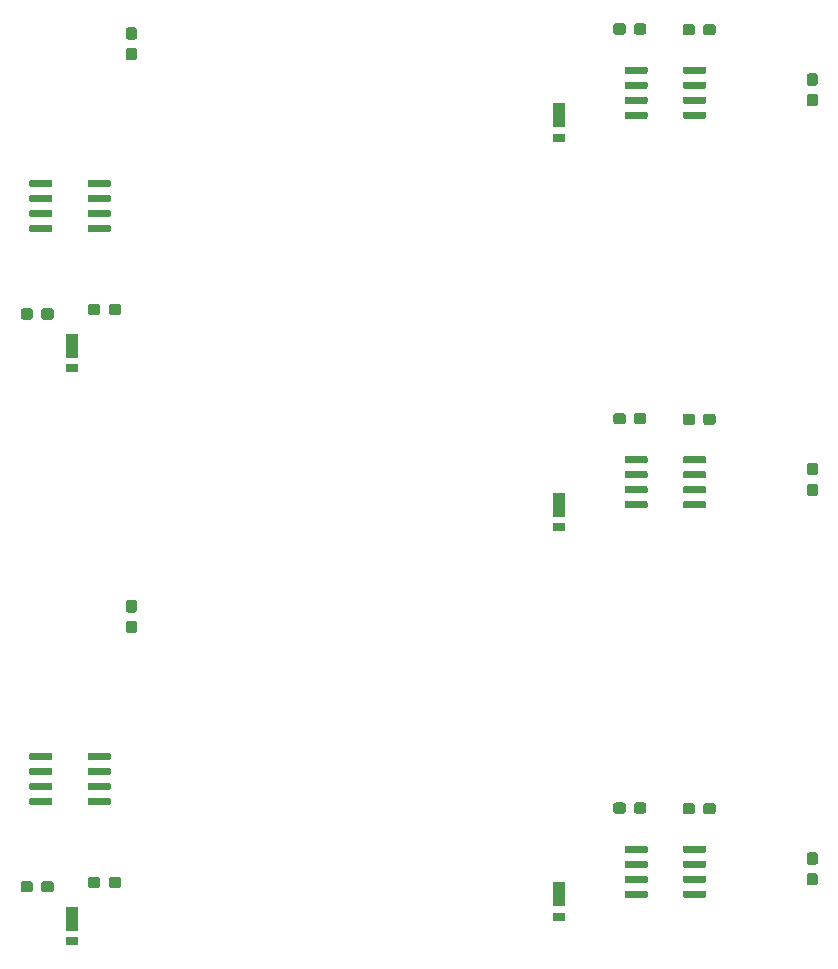
<source format=gbr>
%MOIN*%
%OFA0B0*%
%FSLAX46Y46*%
%IPPOS*%
%LPD*%
%ADD10R,0.043307086614173235X0.07874015748031496*%
%ADD11R,0.043307086614173235X0.031496062992125991*%
%ADD12C,0.0039370078740157488*%
%ADD13C,0.023622047244094488*%
%ADD14C,0.037401574803149609*%
%ADD25R,0.043307086614173235X0.07874015748031496*%
%ADD26R,0.043307086614173235X0.031496062992125991*%
%ADD27C,0.0039370078740157488*%
%ADD28C,0.023622047244094488*%
%ADD29C,0.037401574803149609*%
%ADD30R,0.043307086614173235X0.07874015748031496*%
%ADD31R,0.043307086614173235X0.031496062992125991*%
%ADD32C,0.0039370078740157488*%
%ADD33C,0.037401574803149609*%
%ADD34C,0.023622047244094488*%
%ADD35R,0.043307086614173235X0.07874015748031496*%
%ADD36R,0.043307086614173235X0.031496062992125991*%
%ADD37C,0.0039370078740157488*%
%ADD38C,0.037401574803149609*%
%ADD39C,0.023622047244094488*%
%ADD40R,0.043307086614173235X0.07874015748031496*%
%ADD41R,0.043307086614173235X0.031496062992125991*%
%ADD42C,0.0039370078740157488*%
%ADD43C,0.037401574803149609*%
%ADD44C,0.023622047244094488*%
D10*
X-0005275590Y0004889763D02*
X0000562401Y0000438346D03*
D11*
X0000562401Y0000363543D03*
D12*
G36*
X0000684909Y0000841546D02*
G01*
X0000685482Y0000841461D01*
X0000686044Y0000841320D01*
X0000686590Y0000841125D01*
X0000687114Y0000840877D01*
X0000687611Y0000840579D01*
X0000688077Y0000840234D01*
X0000688506Y0000839845D01*
X0000688895Y0000839415D01*
X0000689240Y0000838950D01*
X0000689538Y0000838453D01*
X0000689786Y0000837929D01*
X0000689981Y0000837383D01*
X0000690122Y0000836821D01*
X0000690207Y0000836248D01*
X0000690236Y0000835669D01*
X0000690236Y0000823858D01*
X0000690207Y0000823279D01*
X0000690122Y0000822706D01*
X0000689981Y0000822143D01*
X0000689786Y0000821598D01*
X0000689538Y0000821074D01*
X0000689240Y0000820577D01*
X0000688895Y0000820111D01*
X0000688506Y0000819682D01*
X0000688077Y0000819293D01*
X0000687611Y0000818948D01*
X0000687114Y0000818650D01*
X0000686590Y0000818402D01*
X0000686044Y0000818207D01*
X0000685482Y0000818066D01*
X0000684909Y0000817981D01*
X0000684330Y0000817952D01*
X0000619370Y0000817952D01*
X0000618791Y0000817981D01*
X0000618217Y0000818066D01*
X0000617655Y0000818207D01*
X0000617110Y0000818402D01*
X0000616586Y0000818650D01*
X0000616089Y0000818948D01*
X0000615623Y0000819293D01*
X0000615194Y0000819682D01*
X0000614804Y0000820111D01*
X0000614459Y0000820577D01*
X0000614161Y0000821074D01*
X0000613914Y0000821598D01*
X0000613718Y0000822143D01*
X0000613577Y0000822706D01*
X0000613492Y0000823279D01*
X0000613464Y0000823858D01*
X0000613464Y0000835669D01*
X0000613492Y0000836248D01*
X0000613577Y0000836821D01*
X0000613718Y0000837383D01*
X0000613914Y0000837929D01*
X0000614161Y0000838453D01*
X0000614459Y0000838950D01*
X0000614804Y0000839415D01*
X0000615194Y0000839845D01*
X0000615623Y0000840234D01*
X0000616089Y0000840579D01*
X0000616586Y0000840877D01*
X0000617110Y0000841125D01*
X0000617655Y0000841320D01*
X0000618217Y0000841461D01*
X0000618791Y0000841546D01*
X0000619370Y0000841574D01*
X0000684330Y0000841574D01*
X0000684909Y0000841546D01*
X0000684909Y0000841546D01*
G37*
D13*
X0000651850Y0000829763D03*
D12*
G36*
X0000684909Y0000891546D02*
G01*
X0000685482Y0000891461D01*
X0000686044Y0000891320D01*
X0000686590Y0000891125D01*
X0000687114Y0000890877D01*
X0000687611Y0000890579D01*
X0000688077Y0000890234D01*
X0000688506Y0000889845D01*
X0000688895Y0000889415D01*
X0000689240Y0000888950D01*
X0000689538Y0000888453D01*
X0000689786Y0000887929D01*
X0000689981Y0000887383D01*
X0000690122Y0000886821D01*
X0000690207Y0000886248D01*
X0000690236Y0000885669D01*
X0000690236Y0000873858D01*
X0000690207Y0000873279D01*
X0000690122Y0000872706D01*
X0000689981Y0000872143D01*
X0000689786Y0000871598D01*
X0000689538Y0000871074D01*
X0000689240Y0000870577D01*
X0000688895Y0000870111D01*
X0000688506Y0000869682D01*
X0000688077Y0000869293D01*
X0000687611Y0000868948D01*
X0000687114Y0000868650D01*
X0000686590Y0000868402D01*
X0000686044Y0000868207D01*
X0000685482Y0000868066D01*
X0000684909Y0000867981D01*
X0000684330Y0000867952D01*
X0000619370Y0000867952D01*
X0000618791Y0000867981D01*
X0000618217Y0000868066D01*
X0000617655Y0000868207D01*
X0000617110Y0000868402D01*
X0000616586Y0000868650D01*
X0000616089Y0000868948D01*
X0000615623Y0000869293D01*
X0000615194Y0000869682D01*
X0000614804Y0000870111D01*
X0000614459Y0000870577D01*
X0000614161Y0000871074D01*
X0000613914Y0000871598D01*
X0000613718Y0000872143D01*
X0000613577Y0000872706D01*
X0000613492Y0000873279D01*
X0000613464Y0000873858D01*
X0000613464Y0000885669D01*
X0000613492Y0000886248D01*
X0000613577Y0000886821D01*
X0000613718Y0000887383D01*
X0000613914Y0000887929D01*
X0000614161Y0000888453D01*
X0000614459Y0000888950D01*
X0000614804Y0000889415D01*
X0000615194Y0000889845D01*
X0000615623Y0000890234D01*
X0000616089Y0000890579D01*
X0000616586Y0000890877D01*
X0000617110Y0000891125D01*
X0000617655Y0000891320D01*
X0000618217Y0000891461D01*
X0000618791Y0000891546D01*
X0000619370Y0000891574D01*
X0000684330Y0000891574D01*
X0000684909Y0000891546D01*
X0000684909Y0000891546D01*
G37*
D13*
X0000651850Y0000879763D03*
D12*
G36*
X0000684909Y0000941546D02*
G01*
X0000685482Y0000941461D01*
X0000686044Y0000941320D01*
X0000686590Y0000941125D01*
X0000687114Y0000940877D01*
X0000687611Y0000940579D01*
X0000688077Y0000940234D01*
X0000688506Y0000939845D01*
X0000688895Y0000939415D01*
X0000689240Y0000938950D01*
X0000689538Y0000938453D01*
X0000689786Y0000937929D01*
X0000689981Y0000937383D01*
X0000690122Y0000936821D01*
X0000690207Y0000936248D01*
X0000690236Y0000935669D01*
X0000690236Y0000923858D01*
X0000690207Y0000923279D01*
X0000690122Y0000922706D01*
X0000689981Y0000922143D01*
X0000689786Y0000921598D01*
X0000689538Y0000921074D01*
X0000689240Y0000920577D01*
X0000688895Y0000920111D01*
X0000688506Y0000919682D01*
X0000688077Y0000919293D01*
X0000687611Y0000918947D01*
X0000687114Y0000918650D01*
X0000686590Y0000918402D01*
X0000686044Y0000918207D01*
X0000685482Y0000918066D01*
X0000684909Y0000917981D01*
X0000684330Y0000917952D01*
X0000619370Y0000917952D01*
X0000618791Y0000917981D01*
X0000618217Y0000918066D01*
X0000617655Y0000918207D01*
X0000617110Y0000918402D01*
X0000616586Y0000918650D01*
X0000616089Y0000918947D01*
X0000615623Y0000919293D01*
X0000615194Y0000919682D01*
X0000614804Y0000920111D01*
X0000614459Y0000920577D01*
X0000614161Y0000921074D01*
X0000613914Y0000921598D01*
X0000613718Y0000922143D01*
X0000613577Y0000922706D01*
X0000613492Y0000923279D01*
X0000613464Y0000923858D01*
X0000613464Y0000935669D01*
X0000613492Y0000936248D01*
X0000613577Y0000936821D01*
X0000613718Y0000937383D01*
X0000613914Y0000937929D01*
X0000614161Y0000938453D01*
X0000614459Y0000938950D01*
X0000614804Y0000939415D01*
X0000615194Y0000939845D01*
X0000615623Y0000940234D01*
X0000616089Y0000940579D01*
X0000616586Y0000940877D01*
X0000617110Y0000941125D01*
X0000617655Y0000941320D01*
X0000618217Y0000941461D01*
X0000618791Y0000941546D01*
X0000619370Y0000941574D01*
X0000684330Y0000941574D01*
X0000684909Y0000941546D01*
X0000684909Y0000941546D01*
G37*
D13*
X0000651850Y0000929763D03*
D12*
G36*
X0000684909Y0000991546D02*
G01*
X0000685482Y0000991461D01*
X0000686044Y0000991320D01*
X0000686590Y0000991125D01*
X0000687114Y0000990877D01*
X0000687611Y0000990579D01*
X0000688077Y0000990234D01*
X0000688506Y0000989845D01*
X0000688895Y0000989415D01*
X0000689240Y0000988950D01*
X0000689538Y0000988453D01*
X0000689786Y0000987929D01*
X0000689981Y0000987383D01*
X0000690122Y0000986821D01*
X0000690207Y0000986248D01*
X0000690236Y0000985669D01*
X0000690236Y0000973858D01*
X0000690207Y0000973279D01*
X0000690122Y0000972706D01*
X0000689981Y0000972143D01*
X0000689786Y0000971598D01*
X0000689538Y0000971074D01*
X0000689240Y0000970577D01*
X0000688895Y0000970111D01*
X0000688506Y0000969682D01*
X0000688077Y0000969293D01*
X0000687611Y0000968948D01*
X0000687114Y0000968650D01*
X0000686590Y0000968402D01*
X0000686044Y0000968207D01*
X0000685482Y0000968066D01*
X0000684909Y0000967981D01*
X0000684330Y0000967952D01*
X0000619370Y0000967952D01*
X0000618791Y0000967981D01*
X0000618217Y0000968066D01*
X0000617655Y0000968207D01*
X0000617110Y0000968402D01*
X0000616586Y0000968650D01*
X0000616089Y0000968948D01*
X0000615623Y0000969293D01*
X0000615194Y0000969682D01*
X0000614804Y0000970111D01*
X0000614459Y0000970577D01*
X0000614161Y0000971074D01*
X0000613914Y0000971598D01*
X0000613718Y0000972143D01*
X0000613577Y0000972706D01*
X0000613492Y0000973279D01*
X0000613464Y0000973858D01*
X0000613464Y0000985669D01*
X0000613492Y0000986248D01*
X0000613577Y0000986821D01*
X0000613718Y0000987383D01*
X0000613914Y0000987929D01*
X0000614161Y0000988453D01*
X0000614459Y0000988950D01*
X0000614804Y0000989415D01*
X0000615194Y0000989845D01*
X0000615623Y0000990234D01*
X0000616089Y0000990579D01*
X0000616586Y0000990877D01*
X0000617110Y0000991125D01*
X0000617655Y0000991320D01*
X0000618217Y0000991461D01*
X0000618791Y0000991546D01*
X0000619370Y0000991574D01*
X0000684330Y0000991574D01*
X0000684909Y0000991546D01*
X0000684909Y0000991546D01*
G37*
D13*
X0000651850Y0000979763D03*
D12*
G36*
X0000490027Y0000991546D02*
G01*
X0000490600Y0000991461D01*
X0000491162Y0000991320D01*
X0000491708Y0000991125D01*
X0000492232Y0000990877D01*
X0000492729Y0000990579D01*
X0000493195Y0000990234D01*
X0000493624Y0000989845D01*
X0000494013Y0000989415D01*
X0000494358Y0000988950D01*
X0000494656Y0000988453D01*
X0000494904Y0000987929D01*
X0000495099Y0000987383D01*
X0000495240Y0000986821D01*
X0000495325Y0000986248D01*
X0000495354Y0000985669D01*
X0000495354Y0000973858D01*
X0000495325Y0000973279D01*
X0000495240Y0000972706D01*
X0000495099Y0000972143D01*
X0000494904Y0000971598D01*
X0000494656Y0000971074D01*
X0000494358Y0000970577D01*
X0000494013Y0000970111D01*
X0000493624Y0000969682D01*
X0000493195Y0000969293D01*
X0000492729Y0000968948D01*
X0000492232Y0000968650D01*
X0000491708Y0000968402D01*
X0000491162Y0000968207D01*
X0000490600Y0000968066D01*
X0000490027Y0000967981D01*
X0000489448Y0000967952D01*
X0000424488Y0000967952D01*
X0000423909Y0000967981D01*
X0000423335Y0000968066D01*
X0000422773Y0000968207D01*
X0000422228Y0000968402D01*
X0000421704Y0000968650D01*
X0000421207Y0000968948D01*
X0000420741Y0000969293D01*
X0000420312Y0000969682D01*
X0000419923Y0000970111D01*
X0000419577Y0000970577D01*
X0000419279Y0000971074D01*
X0000419032Y0000971598D01*
X0000418836Y0000972143D01*
X0000418696Y0000972706D01*
X0000418611Y0000973279D01*
X0000418582Y0000973858D01*
X0000418582Y0000985669D01*
X0000418611Y0000986248D01*
X0000418696Y0000986821D01*
X0000418836Y0000987383D01*
X0000419032Y0000987929D01*
X0000419279Y0000988453D01*
X0000419577Y0000988950D01*
X0000419923Y0000989415D01*
X0000420312Y0000989845D01*
X0000420741Y0000990234D01*
X0000421207Y0000990579D01*
X0000421704Y0000990877D01*
X0000422228Y0000991125D01*
X0000422773Y0000991320D01*
X0000423335Y0000991461D01*
X0000423909Y0000991546D01*
X0000424488Y0000991574D01*
X0000489448Y0000991574D01*
X0000490027Y0000991546D01*
X0000490027Y0000991546D01*
G37*
D13*
X0000456968Y0000979763D03*
D12*
G36*
X0000490027Y0000941546D02*
G01*
X0000490600Y0000941461D01*
X0000491162Y0000941320D01*
X0000491708Y0000941125D01*
X0000492232Y0000940877D01*
X0000492729Y0000940579D01*
X0000493195Y0000940234D01*
X0000493624Y0000939845D01*
X0000494013Y0000939415D01*
X0000494358Y0000938950D01*
X0000494656Y0000938453D01*
X0000494904Y0000937929D01*
X0000495099Y0000937383D01*
X0000495240Y0000936821D01*
X0000495325Y0000936248D01*
X0000495354Y0000935669D01*
X0000495354Y0000923858D01*
X0000495325Y0000923279D01*
X0000495240Y0000922706D01*
X0000495099Y0000922143D01*
X0000494904Y0000921598D01*
X0000494656Y0000921074D01*
X0000494358Y0000920577D01*
X0000494013Y0000920111D01*
X0000493624Y0000919682D01*
X0000493195Y0000919293D01*
X0000492729Y0000918947D01*
X0000492232Y0000918650D01*
X0000491708Y0000918402D01*
X0000491162Y0000918207D01*
X0000490600Y0000918066D01*
X0000490027Y0000917981D01*
X0000489448Y0000917952D01*
X0000424488Y0000917952D01*
X0000423909Y0000917981D01*
X0000423335Y0000918066D01*
X0000422773Y0000918207D01*
X0000422228Y0000918402D01*
X0000421704Y0000918650D01*
X0000421207Y0000918947D01*
X0000420741Y0000919293D01*
X0000420312Y0000919682D01*
X0000419923Y0000920111D01*
X0000419577Y0000920577D01*
X0000419279Y0000921074D01*
X0000419032Y0000921598D01*
X0000418836Y0000922143D01*
X0000418696Y0000922706D01*
X0000418611Y0000923279D01*
X0000418582Y0000923858D01*
X0000418582Y0000935669D01*
X0000418611Y0000936248D01*
X0000418696Y0000936821D01*
X0000418836Y0000937383D01*
X0000419032Y0000937929D01*
X0000419279Y0000938453D01*
X0000419577Y0000938950D01*
X0000419923Y0000939415D01*
X0000420312Y0000939845D01*
X0000420741Y0000940234D01*
X0000421207Y0000940579D01*
X0000421704Y0000940877D01*
X0000422228Y0000941125D01*
X0000422773Y0000941320D01*
X0000423335Y0000941461D01*
X0000423909Y0000941546D01*
X0000424488Y0000941574D01*
X0000489448Y0000941574D01*
X0000490027Y0000941546D01*
X0000490027Y0000941546D01*
G37*
D13*
X0000456968Y0000929763D03*
D12*
G36*
X0000490027Y0000891546D02*
G01*
X0000490600Y0000891461D01*
X0000491162Y0000891320D01*
X0000491708Y0000891125D01*
X0000492232Y0000890877D01*
X0000492729Y0000890579D01*
X0000493195Y0000890234D01*
X0000493624Y0000889845D01*
X0000494013Y0000889415D01*
X0000494358Y0000888950D01*
X0000494656Y0000888453D01*
X0000494904Y0000887929D01*
X0000495099Y0000887383D01*
X0000495240Y0000886821D01*
X0000495325Y0000886248D01*
X0000495354Y0000885669D01*
X0000495354Y0000873858D01*
X0000495325Y0000873279D01*
X0000495240Y0000872706D01*
X0000495099Y0000872143D01*
X0000494904Y0000871598D01*
X0000494656Y0000871074D01*
X0000494358Y0000870577D01*
X0000494013Y0000870111D01*
X0000493624Y0000869682D01*
X0000493195Y0000869293D01*
X0000492729Y0000868948D01*
X0000492232Y0000868650D01*
X0000491708Y0000868402D01*
X0000491162Y0000868207D01*
X0000490600Y0000868066D01*
X0000490027Y0000867981D01*
X0000489448Y0000867952D01*
X0000424488Y0000867952D01*
X0000423909Y0000867981D01*
X0000423335Y0000868066D01*
X0000422773Y0000868207D01*
X0000422228Y0000868402D01*
X0000421704Y0000868650D01*
X0000421207Y0000868948D01*
X0000420741Y0000869293D01*
X0000420312Y0000869682D01*
X0000419923Y0000870111D01*
X0000419577Y0000870577D01*
X0000419279Y0000871074D01*
X0000419032Y0000871598D01*
X0000418836Y0000872143D01*
X0000418696Y0000872706D01*
X0000418611Y0000873279D01*
X0000418582Y0000873858D01*
X0000418582Y0000885669D01*
X0000418611Y0000886248D01*
X0000418696Y0000886821D01*
X0000418836Y0000887383D01*
X0000419032Y0000887929D01*
X0000419279Y0000888453D01*
X0000419577Y0000888950D01*
X0000419923Y0000889415D01*
X0000420312Y0000889845D01*
X0000420741Y0000890234D01*
X0000421207Y0000890579D01*
X0000421704Y0000890877D01*
X0000422228Y0000891125D01*
X0000422773Y0000891320D01*
X0000423335Y0000891461D01*
X0000423909Y0000891546D01*
X0000424488Y0000891574D01*
X0000489448Y0000891574D01*
X0000490027Y0000891546D01*
X0000490027Y0000891546D01*
G37*
D13*
X0000456968Y0000879763D03*
D12*
G36*
X0000490027Y0000841546D02*
G01*
X0000490600Y0000841461D01*
X0000491162Y0000841320D01*
X0000491708Y0000841125D01*
X0000492232Y0000840877D01*
X0000492729Y0000840579D01*
X0000493195Y0000840234D01*
X0000493624Y0000839845D01*
X0000494013Y0000839415D01*
X0000494358Y0000838950D01*
X0000494656Y0000838453D01*
X0000494904Y0000837929D01*
X0000495099Y0000837383D01*
X0000495240Y0000836821D01*
X0000495325Y0000836248D01*
X0000495354Y0000835669D01*
X0000495354Y0000823858D01*
X0000495325Y0000823279D01*
X0000495240Y0000822706D01*
X0000495099Y0000822143D01*
X0000494904Y0000821598D01*
X0000494656Y0000821074D01*
X0000494358Y0000820577D01*
X0000494013Y0000820111D01*
X0000493624Y0000819682D01*
X0000493195Y0000819293D01*
X0000492729Y0000818948D01*
X0000492232Y0000818650D01*
X0000491708Y0000818402D01*
X0000491162Y0000818207D01*
X0000490600Y0000818066D01*
X0000490027Y0000817981D01*
X0000489448Y0000817952D01*
X0000424488Y0000817952D01*
X0000423909Y0000817981D01*
X0000423335Y0000818066D01*
X0000422773Y0000818207D01*
X0000422228Y0000818402D01*
X0000421704Y0000818650D01*
X0000421207Y0000818948D01*
X0000420741Y0000819293D01*
X0000420312Y0000819682D01*
X0000419923Y0000820111D01*
X0000419577Y0000820577D01*
X0000419279Y0000821074D01*
X0000419032Y0000821598D01*
X0000418836Y0000822143D01*
X0000418696Y0000822706D01*
X0000418611Y0000823279D01*
X0000418582Y0000823858D01*
X0000418582Y0000835669D01*
X0000418611Y0000836248D01*
X0000418696Y0000836821D01*
X0000418836Y0000837383D01*
X0000419032Y0000837929D01*
X0000419279Y0000838453D01*
X0000419577Y0000838950D01*
X0000419923Y0000839415D01*
X0000420312Y0000839845D01*
X0000420741Y0000840234D01*
X0000421207Y0000840579D01*
X0000421704Y0000840877D01*
X0000422228Y0000841125D01*
X0000422773Y0000841320D01*
X0000423335Y0000841461D01*
X0000423909Y0000841546D01*
X0000424488Y0000841574D01*
X0000489448Y0000841574D01*
X0000490027Y0000841546D01*
X0000490027Y0000841546D01*
G37*
D13*
X0000456968Y0000829763D03*
D12*
G36*
X0000769676Y0001431490D02*
G01*
X0000770583Y0001431355D01*
X0000771474Y0001431132D01*
X0000772337Y0001430823D01*
X0000773167Y0001430431D01*
X0000773954Y0001429959D01*
X0000774691Y0001429412D01*
X0000775371Y0001428796D01*
X0000775987Y0001428116D01*
X0000776534Y0001427379D01*
X0000777006Y0001426592D01*
X0000777398Y0001425763D01*
X0000777707Y0001424899D01*
X0000777930Y0001424009D01*
X0000778065Y0001423101D01*
X0000778110Y0001422185D01*
X0000778110Y0001399547D01*
X0000778065Y0001398630D01*
X0000777930Y0001397723D01*
X0000777707Y0001396832D01*
X0000777398Y0001395969D01*
X0000777006Y0001395139D01*
X0000776534Y0001394352D01*
X0000775987Y0001393615D01*
X0000775371Y0001392935D01*
X0000774691Y0001392319D01*
X0000773954Y0001391772D01*
X0000773167Y0001391300D01*
X0000772337Y0001390908D01*
X0000771474Y0001390599D01*
X0000770583Y0001390376D01*
X0000769676Y0001390241D01*
X0000768759Y0001390196D01*
X0000750058Y0001390196D01*
X0000749142Y0001390241D01*
X0000748234Y0001390376D01*
X0000747344Y0001390599D01*
X0000746480Y0001390908D01*
X0000745651Y0001391300D01*
X0000744864Y0001391772D01*
X0000744127Y0001392319D01*
X0000743447Y0001392935D01*
X0000742831Y0001393615D01*
X0000742284Y0001394352D01*
X0000741812Y0001395139D01*
X0000741420Y0001395969D01*
X0000741111Y0001396832D01*
X0000740888Y0001397723D01*
X0000740753Y0001398630D01*
X0000740708Y0001399547D01*
X0000740708Y0001422185D01*
X0000740753Y0001423101D01*
X0000740888Y0001424009D01*
X0000741111Y0001424899D01*
X0000741420Y0001425763D01*
X0000741812Y0001426592D01*
X0000742284Y0001427379D01*
X0000742831Y0001428116D01*
X0000743447Y0001428796D01*
X0000744127Y0001429412D01*
X0000744864Y0001429959D01*
X0000745651Y0001430431D01*
X0000746480Y0001430823D01*
X0000747344Y0001431132D01*
X0000748234Y0001431355D01*
X0000749142Y0001431490D01*
X0000750058Y0001431535D01*
X0000768759Y0001431535D01*
X0000769676Y0001431490D01*
X0000769676Y0001431490D01*
G37*
D14*
X0000759409Y0001410866D03*
D12*
G36*
X0000769676Y0001500388D02*
G01*
X0000770583Y0001500253D01*
X0000771474Y0001500030D01*
X0000772337Y0001499721D01*
X0000773167Y0001499328D01*
X0000773954Y0001498857D01*
X0000774691Y0001498310D01*
X0000775371Y0001497694D01*
X0000775987Y0001497014D01*
X0000776534Y0001496277D01*
X0000777006Y0001495490D01*
X0000777398Y0001494660D01*
X0000777707Y0001493796D01*
X0000777930Y0001492906D01*
X0000778065Y0001491999D01*
X0000778110Y0001491082D01*
X0000778110Y0001468444D01*
X0000778065Y0001467528D01*
X0000777930Y0001466620D01*
X0000777707Y0001465730D01*
X0000777398Y0001464866D01*
X0000777006Y0001464037D01*
X0000776534Y0001463250D01*
X0000775987Y0001462513D01*
X0000775371Y0001461833D01*
X0000774691Y0001461216D01*
X0000773954Y0001460670D01*
X0000773167Y0001460198D01*
X0000772337Y0001459806D01*
X0000771474Y0001459497D01*
X0000770583Y0001459274D01*
X0000769676Y0001459139D01*
X0000768759Y0001459094D01*
X0000750058Y0001459094D01*
X0000749142Y0001459139D01*
X0000748234Y0001459274D01*
X0000747344Y0001459497D01*
X0000746480Y0001459806D01*
X0000745651Y0001460198D01*
X0000744864Y0001460670D01*
X0000744127Y0001461216D01*
X0000743447Y0001461833D01*
X0000742831Y0001462513D01*
X0000742284Y0001463250D01*
X0000741812Y0001464037D01*
X0000741420Y0001464866D01*
X0000741111Y0001465730D01*
X0000740888Y0001466620D01*
X0000740753Y0001467528D01*
X0000740708Y0001468444D01*
X0000740708Y0001491082D01*
X0000740753Y0001491999D01*
X0000740888Y0001492906D01*
X0000741111Y0001493796D01*
X0000741420Y0001494660D01*
X0000741812Y0001495490D01*
X0000742284Y0001496277D01*
X0000742831Y0001497014D01*
X0000743447Y0001497694D01*
X0000744127Y0001498310D01*
X0000744864Y0001498857D01*
X0000745651Y0001499328D01*
X0000746480Y0001499721D01*
X0000747344Y0001500030D01*
X0000748234Y0001500253D01*
X0000749142Y0001500388D01*
X0000750058Y0001500433D01*
X0000768759Y0001500433D01*
X0000769676Y0001500388D01*
X0000769676Y0001500388D01*
G37*
D14*
X0000759409Y0001479763D03*
D12*
G36*
X0000491526Y0000563419D02*
G01*
X0000492434Y0000563284D01*
X0000493324Y0000563061D01*
X0000494188Y0000562752D01*
X0000495017Y0000562360D01*
X0000495804Y0000561888D01*
X0000496541Y0000561342D01*
X0000497221Y0000560725D01*
X0000497838Y0000560045D01*
X0000498384Y0000559308D01*
X0000498856Y0000558521D01*
X0000499248Y0000557692D01*
X0000499557Y0000556828D01*
X0000499780Y0000555938D01*
X0000499915Y0000555030D01*
X0000499960Y0000554114D01*
X0000499960Y0000535413D01*
X0000499915Y0000534496D01*
X0000499780Y0000533589D01*
X0000499557Y0000532699D01*
X0000499248Y0000531835D01*
X0000498856Y0000531005D01*
X0000498384Y0000530218D01*
X0000497838Y0000529481D01*
X0000497221Y0000528801D01*
X0000496541Y0000528185D01*
X0000495804Y0000527638D01*
X0000495017Y0000527167D01*
X0000494188Y0000526774D01*
X0000493324Y0000526465D01*
X0000492434Y0000526242D01*
X0000491526Y0000526108D01*
X0000490610Y0000526062D01*
X0000467972Y0000526062D01*
X0000467055Y0000526108D01*
X0000466148Y0000526242D01*
X0000465258Y0000526465D01*
X0000464394Y0000526774D01*
X0000463564Y0000527167D01*
X0000462777Y0000527638D01*
X0000462040Y0000528185D01*
X0000461360Y0000528801D01*
X0000460744Y0000529481D01*
X0000460197Y0000530218D01*
X0000459726Y0000531005D01*
X0000459333Y0000531835D01*
X0000459024Y0000532699D01*
X0000458801Y0000533589D01*
X0000458667Y0000534496D01*
X0000458621Y0000535413D01*
X0000458621Y0000554114D01*
X0000458667Y0000555030D01*
X0000458801Y0000555938D01*
X0000459024Y0000556828D01*
X0000459333Y0000557692D01*
X0000459726Y0000558521D01*
X0000460197Y0000559308D01*
X0000460744Y0000560045D01*
X0000461360Y0000560725D01*
X0000462040Y0000561342D01*
X0000462777Y0000561888D01*
X0000463564Y0000562360D01*
X0000464394Y0000562752D01*
X0000465258Y0000563061D01*
X0000466148Y0000563284D01*
X0000467055Y0000563419D01*
X0000467972Y0000563464D01*
X0000490610Y0000563464D01*
X0000491526Y0000563419D01*
X0000491526Y0000563419D01*
G37*
D14*
X0000479291Y0000544763D03*
D12*
G36*
X0000422629Y0000563419D02*
G01*
X0000423536Y0000563284D01*
X0000424426Y0000563061D01*
X0000425290Y0000562752D01*
X0000426120Y0000562360D01*
X0000426907Y0000561888D01*
X0000427644Y0000561342D01*
X0000428324Y0000560725D01*
X0000428940Y0000560045D01*
X0000429487Y0000559308D01*
X0000429958Y0000558521D01*
X0000430351Y0000557692D01*
X0000430660Y0000556828D01*
X0000430883Y0000555938D01*
X0000431017Y0000555030D01*
X0000431062Y0000554114D01*
X0000431062Y0000535413D01*
X0000431017Y0000534496D01*
X0000430883Y0000533589D01*
X0000430660Y0000532699D01*
X0000430351Y0000531835D01*
X0000429958Y0000531005D01*
X0000429487Y0000530218D01*
X0000428940Y0000529481D01*
X0000428324Y0000528801D01*
X0000427644Y0000528185D01*
X0000426907Y0000527638D01*
X0000426120Y0000527167D01*
X0000425290Y0000526774D01*
X0000424426Y0000526465D01*
X0000423536Y0000526242D01*
X0000422629Y0000526108D01*
X0000421712Y0000526062D01*
X0000399074Y0000526062D01*
X0000398158Y0000526108D01*
X0000397250Y0000526242D01*
X0000396360Y0000526465D01*
X0000395496Y0000526774D01*
X0000394666Y0000527167D01*
X0000393879Y0000527638D01*
X0000393142Y0000528185D01*
X0000392462Y0000528801D01*
X0000391846Y0000529481D01*
X0000391300Y0000530218D01*
X0000390828Y0000531005D01*
X0000390436Y0000531835D01*
X0000390126Y0000532699D01*
X0000389903Y0000533589D01*
X0000389769Y0000534496D01*
X0000389724Y0000535413D01*
X0000389724Y0000554114D01*
X0000389769Y0000555030D01*
X0000389903Y0000555938D01*
X0000390126Y0000556828D01*
X0000390436Y0000557692D01*
X0000390828Y0000558521D01*
X0000391300Y0000559308D01*
X0000391846Y0000560045D01*
X0000392462Y0000560725D01*
X0000393142Y0000561342D01*
X0000393879Y0000561888D01*
X0000394666Y0000562360D01*
X0000395496Y0000562752D01*
X0000396360Y0000563061D01*
X0000397250Y0000563284D01*
X0000398158Y0000563419D01*
X0000399074Y0000563464D01*
X0000421712Y0000563464D01*
X0000422629Y0000563419D01*
X0000422629Y0000563419D01*
G37*
D14*
X0000410393Y0000544763D03*
D12*
G36*
X0000716644Y0000578419D02*
G01*
X0000717552Y0000578284D01*
X0000718442Y0000578061D01*
X0000719306Y0000577752D01*
X0000720136Y0000577360D01*
X0000720923Y0000576888D01*
X0000721660Y0000576342D01*
X0000722340Y0000575725D01*
X0000722956Y0000575045D01*
X0000723502Y0000574308D01*
X0000723974Y0000573521D01*
X0000724366Y0000572692D01*
X0000724675Y0000571828D01*
X0000724899Y0000570938D01*
X0000725033Y0000570030D01*
X0000725078Y0000569114D01*
X0000725078Y0000550413D01*
X0000725033Y0000549496D01*
X0000724899Y0000548589D01*
X0000724675Y0000547699D01*
X0000724366Y0000546835D01*
X0000723974Y0000546005D01*
X0000723502Y0000545218D01*
X0000722956Y0000544481D01*
X0000722340Y0000543801D01*
X0000721660Y0000543185D01*
X0000720923Y0000542638D01*
X0000720136Y0000542167D01*
X0000719306Y0000541774D01*
X0000718442Y0000541465D01*
X0000717552Y0000541242D01*
X0000716644Y0000541108D01*
X0000715728Y0000541062D01*
X0000693090Y0000541062D01*
X0000692173Y0000541108D01*
X0000691266Y0000541242D01*
X0000690376Y0000541465D01*
X0000689512Y0000541774D01*
X0000688682Y0000542167D01*
X0000687895Y0000542638D01*
X0000687158Y0000543185D01*
X0000686478Y0000543801D01*
X0000685862Y0000544481D01*
X0000685315Y0000545218D01*
X0000684844Y0000546005D01*
X0000684451Y0000546835D01*
X0000684142Y0000547699D01*
X0000683919Y0000548589D01*
X0000683785Y0000549496D01*
X0000683740Y0000550413D01*
X0000683740Y0000569114D01*
X0000683785Y0000570030D01*
X0000683919Y0000570938D01*
X0000684142Y0000571828D01*
X0000684451Y0000572692D01*
X0000684844Y0000573521D01*
X0000685315Y0000574308D01*
X0000685862Y0000575045D01*
X0000686478Y0000575725D01*
X0000687158Y0000576342D01*
X0000687895Y0000576888D01*
X0000688682Y0000577360D01*
X0000689512Y0000577752D01*
X0000690376Y0000578061D01*
X0000691266Y0000578284D01*
X0000692173Y0000578419D01*
X0000693090Y0000578464D01*
X0000715728Y0000578464D01*
X0000716644Y0000578419D01*
X0000716644Y0000578419D01*
G37*
D14*
X0000704409Y0000559763D03*
D12*
G36*
X0000647747Y0000578419D02*
G01*
X0000648654Y0000578284D01*
X0000649544Y0000578061D01*
X0000650408Y0000577752D01*
X0000651238Y0000577360D01*
X0000652025Y0000576888D01*
X0000652762Y0000576342D01*
X0000653442Y0000575725D01*
X0000654058Y0000575045D01*
X0000654605Y0000574308D01*
X0000655076Y0000573521D01*
X0000655469Y0000572692D01*
X0000655778Y0000571828D01*
X0000656001Y0000570938D01*
X0000656135Y0000570030D01*
X0000656181Y0000569114D01*
X0000656181Y0000550413D01*
X0000656135Y0000549496D01*
X0000656001Y0000548589D01*
X0000655778Y0000547699D01*
X0000655469Y0000546835D01*
X0000655076Y0000546005D01*
X0000654605Y0000545218D01*
X0000654058Y0000544481D01*
X0000653442Y0000543801D01*
X0000652762Y0000543185D01*
X0000652025Y0000542638D01*
X0000651238Y0000542167D01*
X0000650408Y0000541774D01*
X0000649544Y0000541465D01*
X0000648654Y0000541242D01*
X0000647747Y0000541108D01*
X0000646830Y0000541062D01*
X0000624192Y0000541062D01*
X0000623276Y0000541108D01*
X0000622368Y0000541242D01*
X0000621478Y0000541465D01*
X0000620614Y0000541774D01*
X0000619785Y0000542167D01*
X0000618998Y0000542638D01*
X0000618261Y0000543185D01*
X0000617581Y0000543801D01*
X0000616964Y0000544481D01*
X0000616418Y0000545218D01*
X0000615946Y0000546005D01*
X0000615554Y0000546835D01*
X0000615245Y0000547699D01*
X0000615022Y0000548589D01*
X0000614887Y0000549496D01*
X0000614842Y0000550413D01*
X0000614842Y0000569114D01*
X0000614887Y0000570030D01*
X0000615022Y0000570938D01*
X0000615245Y0000571828D01*
X0000615554Y0000572692D01*
X0000615946Y0000573521D01*
X0000616418Y0000574308D01*
X0000616964Y0000575045D01*
X0000617581Y0000575725D01*
X0000618261Y0000576342D01*
X0000618998Y0000576888D01*
X0000619785Y0000577360D01*
X0000620614Y0000577752D01*
X0000621478Y0000578061D01*
X0000622368Y0000578284D01*
X0000623276Y0000578419D01*
X0000624192Y0000578464D01*
X0000646830Y0000578464D01*
X0000647747Y0000578419D01*
X0000647747Y0000578419D01*
G37*
D14*
X0000635511Y0000559763D03*
G04 next file*
G04 #@! TF.GenerationSoftware,KiCad,Pcbnew,(5.1.2)-1*
G04 #@! TF.CreationDate,2020-12-30T23:25:53+09:00*
G04 #@! TF.ProjectId,M5Atom_CAN_RJ45,4d354174-6f6d-45f4-9341-4e5f524a3435,rev?*
G04 #@! TF.SameCoordinates,Original*
G04 #@! TF.FileFunction,Paste,Top*
G04 #@! TF.FilePolarity,Positive*
G04 Gerber Fmt 4.6, Leading zero omitted, Abs format (unit mm)*
G04 Created by KiCad (PCBNEW (5.1.2)-1) date 2020-12-30 23:25:53*
G04 APERTURE LIST*
G04 APERTURE END LIST*
G04 next file*
G04 #@! TF.GenerationSoftware,KiCad,Pcbnew,(5.1.2)-1*
G04 #@! TF.CreationDate,2020-12-30T23:25:53+09:00*
G04 #@! TF.ProjectId,M5Atom_CAN_RJ45,4d354174-6f6d-45f4-9341-4e5f524a3435,rev?*
G04 #@! TF.SameCoordinates,Original*
G04 #@! TF.FileFunction,Paste,Bot*
G04 #@! TF.FilePolarity,Positive*
G04 Gerber Fmt 4.6, Leading zero omitted, Abs format (unit mm)*
G04 Created by KiCad (PCBNEW (5.1.2)-1) date 2020-12-30 23:25:53*
G04 APERTURE LIST*
G04 APERTURE END LIST*
D25*
X-0005275590Y0006799212D02*
X0000562401Y0002347795D03*
D26*
X0000562401Y0002272992D03*
D27*
G36*
X0000684909Y0002750995D02*
G01*
X0000685482Y0002750910D01*
X0000686044Y0002750769D01*
X0000686590Y0002750574D01*
X0000687114Y0002750326D01*
X0000687611Y0002750028D01*
X0000688077Y0002749683D01*
X0000688506Y0002749293D01*
X0000688895Y0002748864D01*
X0000689240Y0002748398D01*
X0000689538Y0002747901D01*
X0000689786Y0002747378D01*
X0000689981Y0002746832D01*
X0000690122Y0002746270D01*
X0000690207Y0002745696D01*
X0000690236Y0002745118D01*
X0000690236Y0002733307D01*
X0000690207Y0002732728D01*
X0000690122Y0002732154D01*
X0000689981Y0002731592D01*
X0000689786Y0002731047D01*
X0000689538Y0002730523D01*
X0000689240Y0002730026D01*
X0000688895Y0002729560D01*
X0000688506Y0002729131D01*
X0000688077Y0002728742D01*
X0000687611Y0002728396D01*
X0000687114Y0002728098D01*
X0000686590Y0002727851D01*
X0000686044Y0002727655D01*
X0000685482Y0002727514D01*
X0000684909Y0002727429D01*
X0000684330Y0002727401D01*
X0000619370Y0002727401D01*
X0000618791Y0002727429D01*
X0000618217Y0002727514D01*
X0000617655Y0002727655D01*
X0000617110Y0002727851D01*
X0000616586Y0002728098D01*
X0000616089Y0002728396D01*
X0000615623Y0002728742D01*
X0000615194Y0002729131D01*
X0000614804Y0002729560D01*
X0000614459Y0002730026D01*
X0000614161Y0002730523D01*
X0000613914Y0002731047D01*
X0000613718Y0002731592D01*
X0000613577Y0002732154D01*
X0000613492Y0002732728D01*
X0000613464Y0002733307D01*
X0000613464Y0002745118D01*
X0000613492Y0002745696D01*
X0000613577Y0002746270D01*
X0000613718Y0002746832D01*
X0000613914Y0002747378D01*
X0000614161Y0002747901D01*
X0000614459Y0002748398D01*
X0000614804Y0002748864D01*
X0000615194Y0002749293D01*
X0000615623Y0002749683D01*
X0000616089Y0002750028D01*
X0000616586Y0002750326D01*
X0000617110Y0002750574D01*
X0000617655Y0002750769D01*
X0000618217Y0002750910D01*
X0000618791Y0002750995D01*
X0000619370Y0002751023D01*
X0000684330Y0002751023D01*
X0000684909Y0002750995D01*
X0000684909Y0002750995D01*
G37*
D28*
X0000651850Y0002739212D03*
D27*
G36*
X0000684909Y0002800995D02*
G01*
X0000685482Y0002800910D01*
X0000686044Y0002800769D01*
X0000686590Y0002800574D01*
X0000687114Y0002800326D01*
X0000687611Y0002800028D01*
X0000688077Y0002799683D01*
X0000688506Y0002799293D01*
X0000688895Y0002798864D01*
X0000689240Y0002798398D01*
X0000689538Y0002797901D01*
X0000689786Y0002797377D01*
X0000689981Y0002796832D01*
X0000690122Y0002796270D01*
X0000690207Y0002795696D01*
X0000690236Y0002795118D01*
X0000690236Y0002783307D01*
X0000690207Y0002782728D01*
X0000690122Y0002782154D01*
X0000689981Y0002781592D01*
X0000689786Y0002781047D01*
X0000689538Y0002780523D01*
X0000689240Y0002780026D01*
X0000688895Y0002779560D01*
X0000688506Y0002779131D01*
X0000688077Y0002778742D01*
X0000687611Y0002778396D01*
X0000687114Y0002778098D01*
X0000686590Y0002777851D01*
X0000686044Y0002777655D01*
X0000685482Y0002777514D01*
X0000684909Y0002777429D01*
X0000684330Y0002777401D01*
X0000619370Y0002777401D01*
X0000618791Y0002777429D01*
X0000618217Y0002777514D01*
X0000617655Y0002777655D01*
X0000617110Y0002777851D01*
X0000616586Y0002778098D01*
X0000616089Y0002778396D01*
X0000615623Y0002778742D01*
X0000615194Y0002779131D01*
X0000614804Y0002779560D01*
X0000614459Y0002780026D01*
X0000614161Y0002780523D01*
X0000613914Y0002781047D01*
X0000613718Y0002781592D01*
X0000613577Y0002782154D01*
X0000613492Y0002782728D01*
X0000613464Y0002783307D01*
X0000613464Y0002795118D01*
X0000613492Y0002795696D01*
X0000613577Y0002796270D01*
X0000613718Y0002796832D01*
X0000613914Y0002797377D01*
X0000614161Y0002797901D01*
X0000614459Y0002798398D01*
X0000614804Y0002798864D01*
X0000615194Y0002799293D01*
X0000615623Y0002799683D01*
X0000616089Y0002800028D01*
X0000616586Y0002800326D01*
X0000617110Y0002800574D01*
X0000617655Y0002800769D01*
X0000618217Y0002800910D01*
X0000618791Y0002800995D01*
X0000619370Y0002801023D01*
X0000684330Y0002801023D01*
X0000684909Y0002800995D01*
X0000684909Y0002800995D01*
G37*
D28*
X0000651850Y0002789212D03*
D27*
G36*
X0000684909Y0002850995D02*
G01*
X0000685482Y0002850910D01*
X0000686044Y0002850769D01*
X0000686590Y0002850574D01*
X0000687114Y0002850326D01*
X0000687611Y0002850028D01*
X0000688077Y0002849683D01*
X0000688506Y0002849293D01*
X0000688895Y0002848864D01*
X0000689240Y0002848399D01*
X0000689538Y0002847901D01*
X0000689786Y0002847377D01*
X0000689981Y0002846832D01*
X0000690122Y0002846270D01*
X0000690207Y0002845696D01*
X0000690236Y0002845118D01*
X0000690236Y0002833307D01*
X0000690207Y0002832728D01*
X0000690122Y0002832154D01*
X0000689981Y0002831592D01*
X0000689786Y0002831047D01*
X0000689538Y0002830523D01*
X0000689240Y0002830026D01*
X0000688895Y0002829560D01*
X0000688506Y0002829131D01*
X0000688077Y0002828741D01*
X0000687611Y0002828396D01*
X0000687114Y0002828098D01*
X0000686590Y0002827851D01*
X0000686044Y0002827655D01*
X0000685482Y0002827514D01*
X0000684909Y0002827429D01*
X0000684330Y0002827401D01*
X0000619370Y0002827401D01*
X0000618791Y0002827429D01*
X0000618217Y0002827514D01*
X0000617655Y0002827655D01*
X0000617110Y0002827851D01*
X0000616586Y0002828098D01*
X0000616089Y0002828396D01*
X0000615623Y0002828741D01*
X0000615194Y0002829131D01*
X0000614804Y0002829560D01*
X0000614459Y0002830026D01*
X0000614161Y0002830523D01*
X0000613914Y0002831047D01*
X0000613718Y0002831592D01*
X0000613577Y0002832154D01*
X0000613492Y0002832728D01*
X0000613464Y0002833307D01*
X0000613464Y0002845118D01*
X0000613492Y0002845696D01*
X0000613577Y0002846270D01*
X0000613718Y0002846832D01*
X0000613914Y0002847377D01*
X0000614161Y0002847901D01*
X0000614459Y0002848399D01*
X0000614804Y0002848864D01*
X0000615194Y0002849293D01*
X0000615623Y0002849683D01*
X0000616089Y0002850028D01*
X0000616586Y0002850326D01*
X0000617110Y0002850574D01*
X0000617655Y0002850769D01*
X0000618217Y0002850910D01*
X0000618791Y0002850995D01*
X0000619370Y0002851023D01*
X0000684330Y0002851023D01*
X0000684909Y0002850995D01*
X0000684909Y0002850995D01*
G37*
D28*
X0000651850Y0002839212D03*
D27*
G36*
X0000684909Y0002900995D02*
G01*
X0000685482Y0002900910D01*
X0000686044Y0002900769D01*
X0000686590Y0002900574D01*
X0000687114Y0002900326D01*
X0000687611Y0002900028D01*
X0000688077Y0002899683D01*
X0000688506Y0002899293D01*
X0000688895Y0002898864D01*
X0000689240Y0002898398D01*
X0000689538Y0002897901D01*
X0000689786Y0002897378D01*
X0000689981Y0002896832D01*
X0000690122Y0002896270D01*
X0000690207Y0002895696D01*
X0000690236Y0002895118D01*
X0000690236Y0002883307D01*
X0000690207Y0002882728D01*
X0000690122Y0002882154D01*
X0000689981Y0002881592D01*
X0000689786Y0002881047D01*
X0000689538Y0002880523D01*
X0000689240Y0002880026D01*
X0000688895Y0002879560D01*
X0000688506Y0002879131D01*
X0000688077Y0002878741D01*
X0000687611Y0002878396D01*
X0000687114Y0002878098D01*
X0000686590Y0002877851D01*
X0000686044Y0002877655D01*
X0000685482Y0002877514D01*
X0000684909Y0002877429D01*
X0000684330Y0002877401D01*
X0000619370Y0002877401D01*
X0000618791Y0002877429D01*
X0000618217Y0002877514D01*
X0000617655Y0002877655D01*
X0000617110Y0002877851D01*
X0000616586Y0002878098D01*
X0000616089Y0002878396D01*
X0000615623Y0002878741D01*
X0000615194Y0002879131D01*
X0000614804Y0002879560D01*
X0000614459Y0002880026D01*
X0000614161Y0002880523D01*
X0000613914Y0002881047D01*
X0000613718Y0002881592D01*
X0000613577Y0002882154D01*
X0000613492Y0002882728D01*
X0000613464Y0002883307D01*
X0000613464Y0002895118D01*
X0000613492Y0002895696D01*
X0000613577Y0002896270D01*
X0000613718Y0002896832D01*
X0000613914Y0002897378D01*
X0000614161Y0002897901D01*
X0000614459Y0002898398D01*
X0000614804Y0002898864D01*
X0000615194Y0002899293D01*
X0000615623Y0002899683D01*
X0000616089Y0002900028D01*
X0000616586Y0002900326D01*
X0000617110Y0002900574D01*
X0000617655Y0002900769D01*
X0000618217Y0002900910D01*
X0000618791Y0002900995D01*
X0000619370Y0002901023D01*
X0000684330Y0002901023D01*
X0000684909Y0002900995D01*
X0000684909Y0002900995D01*
G37*
D28*
X0000651850Y0002889212D03*
D27*
G36*
X0000490027Y0002900995D02*
G01*
X0000490600Y0002900910D01*
X0000491162Y0002900769D01*
X0000491708Y0002900574D01*
X0000492232Y0002900326D01*
X0000492729Y0002900028D01*
X0000493195Y0002899683D01*
X0000493624Y0002899293D01*
X0000494013Y0002898864D01*
X0000494358Y0002898398D01*
X0000494656Y0002897901D01*
X0000494904Y0002897378D01*
X0000495099Y0002896832D01*
X0000495240Y0002896270D01*
X0000495325Y0002895696D01*
X0000495354Y0002895118D01*
X0000495354Y0002883307D01*
X0000495325Y0002882728D01*
X0000495240Y0002882154D01*
X0000495099Y0002881592D01*
X0000494904Y0002881047D01*
X0000494656Y0002880523D01*
X0000494358Y0002880026D01*
X0000494013Y0002879560D01*
X0000493624Y0002879131D01*
X0000493195Y0002878741D01*
X0000492729Y0002878396D01*
X0000492232Y0002878098D01*
X0000491708Y0002877851D01*
X0000491162Y0002877655D01*
X0000490600Y0002877514D01*
X0000490027Y0002877429D01*
X0000489448Y0002877401D01*
X0000424488Y0002877401D01*
X0000423909Y0002877429D01*
X0000423335Y0002877514D01*
X0000422773Y0002877655D01*
X0000422228Y0002877851D01*
X0000421704Y0002878098D01*
X0000421207Y0002878396D01*
X0000420741Y0002878741D01*
X0000420312Y0002879131D01*
X0000419923Y0002879560D01*
X0000419577Y0002880026D01*
X0000419279Y0002880523D01*
X0000419032Y0002881047D01*
X0000418836Y0002881592D01*
X0000418696Y0002882154D01*
X0000418611Y0002882728D01*
X0000418582Y0002883307D01*
X0000418582Y0002895118D01*
X0000418611Y0002895696D01*
X0000418696Y0002896270D01*
X0000418836Y0002896832D01*
X0000419032Y0002897378D01*
X0000419279Y0002897901D01*
X0000419577Y0002898398D01*
X0000419923Y0002898864D01*
X0000420312Y0002899293D01*
X0000420741Y0002899683D01*
X0000421207Y0002900028D01*
X0000421704Y0002900326D01*
X0000422228Y0002900574D01*
X0000422773Y0002900769D01*
X0000423335Y0002900910D01*
X0000423909Y0002900995D01*
X0000424488Y0002901023D01*
X0000489448Y0002901023D01*
X0000490027Y0002900995D01*
X0000490027Y0002900995D01*
G37*
D28*
X0000456968Y0002889212D03*
D27*
G36*
X0000490027Y0002850995D02*
G01*
X0000490600Y0002850910D01*
X0000491162Y0002850769D01*
X0000491708Y0002850574D01*
X0000492232Y0002850326D01*
X0000492729Y0002850028D01*
X0000493195Y0002849683D01*
X0000493624Y0002849293D01*
X0000494013Y0002848864D01*
X0000494358Y0002848399D01*
X0000494656Y0002847901D01*
X0000494904Y0002847377D01*
X0000495099Y0002846832D01*
X0000495240Y0002846270D01*
X0000495325Y0002845696D01*
X0000495354Y0002845118D01*
X0000495354Y0002833307D01*
X0000495325Y0002832728D01*
X0000495240Y0002832154D01*
X0000495099Y0002831592D01*
X0000494904Y0002831047D01*
X0000494656Y0002830523D01*
X0000494358Y0002830026D01*
X0000494013Y0002829560D01*
X0000493624Y0002829131D01*
X0000493195Y0002828741D01*
X0000492729Y0002828396D01*
X0000492232Y0002828098D01*
X0000491708Y0002827851D01*
X0000491162Y0002827655D01*
X0000490600Y0002827514D01*
X0000490027Y0002827429D01*
X0000489448Y0002827401D01*
X0000424488Y0002827401D01*
X0000423909Y0002827429D01*
X0000423335Y0002827514D01*
X0000422773Y0002827655D01*
X0000422228Y0002827851D01*
X0000421704Y0002828098D01*
X0000421207Y0002828396D01*
X0000420741Y0002828741D01*
X0000420312Y0002829131D01*
X0000419923Y0002829560D01*
X0000419577Y0002830026D01*
X0000419279Y0002830523D01*
X0000419032Y0002831047D01*
X0000418836Y0002831592D01*
X0000418696Y0002832154D01*
X0000418611Y0002832728D01*
X0000418582Y0002833307D01*
X0000418582Y0002845118D01*
X0000418611Y0002845696D01*
X0000418696Y0002846270D01*
X0000418836Y0002846832D01*
X0000419032Y0002847377D01*
X0000419279Y0002847901D01*
X0000419577Y0002848399D01*
X0000419923Y0002848864D01*
X0000420312Y0002849293D01*
X0000420741Y0002849683D01*
X0000421207Y0002850028D01*
X0000421704Y0002850326D01*
X0000422228Y0002850574D01*
X0000422773Y0002850769D01*
X0000423335Y0002850910D01*
X0000423909Y0002850995D01*
X0000424488Y0002851023D01*
X0000489448Y0002851023D01*
X0000490027Y0002850995D01*
X0000490027Y0002850995D01*
G37*
D28*
X0000456968Y0002839212D03*
D27*
G36*
X0000490027Y0002800995D02*
G01*
X0000490600Y0002800910D01*
X0000491162Y0002800769D01*
X0000491708Y0002800574D01*
X0000492232Y0002800326D01*
X0000492729Y0002800028D01*
X0000493195Y0002799683D01*
X0000493624Y0002799293D01*
X0000494013Y0002798864D01*
X0000494358Y0002798398D01*
X0000494656Y0002797901D01*
X0000494904Y0002797377D01*
X0000495099Y0002796832D01*
X0000495240Y0002796270D01*
X0000495325Y0002795696D01*
X0000495354Y0002795118D01*
X0000495354Y0002783307D01*
X0000495325Y0002782728D01*
X0000495240Y0002782154D01*
X0000495099Y0002781592D01*
X0000494904Y0002781047D01*
X0000494656Y0002780523D01*
X0000494358Y0002780026D01*
X0000494013Y0002779560D01*
X0000493624Y0002779131D01*
X0000493195Y0002778742D01*
X0000492729Y0002778396D01*
X0000492232Y0002778098D01*
X0000491708Y0002777851D01*
X0000491162Y0002777655D01*
X0000490600Y0002777514D01*
X0000490027Y0002777429D01*
X0000489448Y0002777401D01*
X0000424488Y0002777401D01*
X0000423909Y0002777429D01*
X0000423335Y0002777514D01*
X0000422773Y0002777655D01*
X0000422228Y0002777851D01*
X0000421704Y0002778098D01*
X0000421207Y0002778396D01*
X0000420741Y0002778742D01*
X0000420312Y0002779131D01*
X0000419923Y0002779560D01*
X0000419577Y0002780026D01*
X0000419279Y0002780523D01*
X0000419032Y0002781047D01*
X0000418836Y0002781592D01*
X0000418696Y0002782154D01*
X0000418611Y0002782728D01*
X0000418582Y0002783307D01*
X0000418582Y0002795118D01*
X0000418611Y0002795696D01*
X0000418696Y0002796270D01*
X0000418836Y0002796832D01*
X0000419032Y0002797377D01*
X0000419279Y0002797901D01*
X0000419577Y0002798398D01*
X0000419923Y0002798864D01*
X0000420312Y0002799293D01*
X0000420741Y0002799683D01*
X0000421207Y0002800028D01*
X0000421704Y0002800326D01*
X0000422228Y0002800574D01*
X0000422773Y0002800769D01*
X0000423335Y0002800910D01*
X0000423909Y0002800995D01*
X0000424488Y0002801023D01*
X0000489448Y0002801023D01*
X0000490027Y0002800995D01*
X0000490027Y0002800995D01*
G37*
D28*
X0000456968Y0002789212D03*
D27*
G36*
X0000490027Y0002750995D02*
G01*
X0000490600Y0002750910D01*
X0000491162Y0002750769D01*
X0000491708Y0002750574D01*
X0000492232Y0002750326D01*
X0000492729Y0002750028D01*
X0000493195Y0002749683D01*
X0000493624Y0002749293D01*
X0000494013Y0002748864D01*
X0000494358Y0002748398D01*
X0000494656Y0002747901D01*
X0000494904Y0002747378D01*
X0000495099Y0002746832D01*
X0000495240Y0002746270D01*
X0000495325Y0002745696D01*
X0000495354Y0002745118D01*
X0000495354Y0002733307D01*
X0000495325Y0002732728D01*
X0000495240Y0002732154D01*
X0000495099Y0002731592D01*
X0000494904Y0002731047D01*
X0000494656Y0002730523D01*
X0000494358Y0002730026D01*
X0000494013Y0002729560D01*
X0000493624Y0002729131D01*
X0000493195Y0002728742D01*
X0000492729Y0002728396D01*
X0000492232Y0002728098D01*
X0000491708Y0002727851D01*
X0000491162Y0002727655D01*
X0000490600Y0002727514D01*
X0000490027Y0002727429D01*
X0000489448Y0002727401D01*
X0000424488Y0002727401D01*
X0000423909Y0002727429D01*
X0000423335Y0002727514D01*
X0000422773Y0002727655D01*
X0000422228Y0002727851D01*
X0000421704Y0002728098D01*
X0000421207Y0002728396D01*
X0000420741Y0002728742D01*
X0000420312Y0002729131D01*
X0000419923Y0002729560D01*
X0000419577Y0002730026D01*
X0000419279Y0002730523D01*
X0000419032Y0002731047D01*
X0000418836Y0002731592D01*
X0000418696Y0002732154D01*
X0000418611Y0002732728D01*
X0000418582Y0002733307D01*
X0000418582Y0002745118D01*
X0000418611Y0002745696D01*
X0000418696Y0002746270D01*
X0000418836Y0002746832D01*
X0000419032Y0002747378D01*
X0000419279Y0002747901D01*
X0000419577Y0002748398D01*
X0000419923Y0002748864D01*
X0000420312Y0002749293D01*
X0000420741Y0002749683D01*
X0000421207Y0002750028D01*
X0000421704Y0002750326D01*
X0000422228Y0002750574D01*
X0000422773Y0002750769D01*
X0000423335Y0002750910D01*
X0000423909Y0002750995D01*
X0000424488Y0002751023D01*
X0000489448Y0002751023D01*
X0000490027Y0002750995D01*
X0000490027Y0002750995D01*
G37*
D28*
X0000456968Y0002739212D03*
D27*
G36*
X0000769676Y0003340939D02*
G01*
X0000770583Y0003340804D01*
X0000771474Y0003340581D01*
X0000772337Y0003340272D01*
X0000773167Y0003339880D01*
X0000773954Y0003339408D01*
X0000774691Y0003338861D01*
X0000775371Y0003338245D01*
X0000775987Y0003337565D01*
X0000776534Y0003336828D01*
X0000777006Y0003336041D01*
X0000777398Y0003335212D01*
X0000777707Y0003334348D01*
X0000777930Y0003333457D01*
X0000778065Y0003332550D01*
X0000778110Y0003331633D01*
X0000778110Y0003308995D01*
X0000778065Y0003308079D01*
X0000777930Y0003307171D01*
X0000777707Y0003306281D01*
X0000777398Y0003305417D01*
X0000777006Y0003304588D01*
X0000776534Y0003303801D01*
X0000775987Y0003303064D01*
X0000775371Y0003302384D01*
X0000774691Y0003301768D01*
X0000773954Y0003301221D01*
X0000773167Y0003300749D01*
X0000772337Y0003300357D01*
X0000771474Y0003300048D01*
X0000770583Y0003299825D01*
X0000769676Y0003299690D01*
X0000768759Y0003299645D01*
X0000750058Y0003299645D01*
X0000749142Y0003299690D01*
X0000748234Y0003299825D01*
X0000747344Y0003300048D01*
X0000746480Y0003300357D01*
X0000745651Y0003300749D01*
X0000744864Y0003301221D01*
X0000744127Y0003301768D01*
X0000743447Y0003302384D01*
X0000742831Y0003303064D01*
X0000742284Y0003303801D01*
X0000741812Y0003304588D01*
X0000741420Y0003305417D01*
X0000741111Y0003306281D01*
X0000740888Y0003307171D01*
X0000740753Y0003308079D01*
X0000740708Y0003308995D01*
X0000740708Y0003331633D01*
X0000740753Y0003332550D01*
X0000740888Y0003333457D01*
X0000741111Y0003334348D01*
X0000741420Y0003335212D01*
X0000741812Y0003336041D01*
X0000742284Y0003336828D01*
X0000742831Y0003337565D01*
X0000743447Y0003338245D01*
X0000744127Y0003338861D01*
X0000744864Y0003339408D01*
X0000745651Y0003339880D01*
X0000746480Y0003340272D01*
X0000747344Y0003340581D01*
X0000748234Y0003340804D01*
X0000749142Y0003340939D01*
X0000750058Y0003340984D01*
X0000768759Y0003340984D01*
X0000769676Y0003340939D01*
X0000769676Y0003340939D01*
G37*
D29*
X0000759409Y0003320314D03*
D27*
G36*
X0000769676Y0003409836D02*
G01*
X0000770583Y0003409702D01*
X0000771474Y0003409479D01*
X0000772337Y0003409170D01*
X0000773167Y0003408777D01*
X0000773954Y0003408306D01*
X0000774691Y0003407759D01*
X0000775371Y0003407143D01*
X0000775987Y0003406463D01*
X0000776534Y0003405726D01*
X0000777006Y0003404939D01*
X0000777398Y0003404109D01*
X0000777707Y0003403245D01*
X0000777930Y0003402355D01*
X0000778065Y0003401447D01*
X0000778110Y0003400531D01*
X0000778110Y0003377893D01*
X0000778065Y0003376977D01*
X0000777930Y0003376069D01*
X0000777707Y0003375179D01*
X0000777398Y0003374315D01*
X0000777006Y0003373485D01*
X0000776534Y0003372698D01*
X0000775987Y0003371961D01*
X0000775371Y0003371281D01*
X0000774691Y0003370665D01*
X0000773954Y0003370119D01*
X0000773167Y0003369647D01*
X0000772337Y0003369255D01*
X0000771474Y0003368945D01*
X0000770583Y0003368722D01*
X0000769676Y0003368588D01*
X0000768759Y0003368543D01*
X0000750058Y0003368543D01*
X0000749142Y0003368588D01*
X0000748234Y0003368722D01*
X0000747344Y0003368945D01*
X0000746480Y0003369255D01*
X0000745651Y0003369647D01*
X0000744864Y0003370119D01*
X0000744127Y0003370665D01*
X0000743447Y0003371281D01*
X0000742831Y0003371961D01*
X0000742284Y0003372698D01*
X0000741812Y0003373485D01*
X0000741420Y0003374315D01*
X0000741111Y0003375179D01*
X0000740888Y0003376069D01*
X0000740753Y0003376977D01*
X0000740708Y0003377893D01*
X0000740708Y0003400531D01*
X0000740753Y0003401447D01*
X0000740888Y0003402355D01*
X0000741111Y0003403245D01*
X0000741420Y0003404109D01*
X0000741812Y0003404939D01*
X0000742284Y0003405726D01*
X0000742831Y0003406463D01*
X0000743447Y0003407143D01*
X0000744127Y0003407759D01*
X0000744864Y0003408306D01*
X0000745651Y0003408777D01*
X0000746480Y0003409170D01*
X0000747344Y0003409479D01*
X0000748234Y0003409702D01*
X0000749142Y0003409836D01*
X0000750058Y0003409881D01*
X0000768759Y0003409881D01*
X0000769676Y0003409836D01*
X0000769676Y0003409836D01*
G37*
D29*
X0000759409Y0003389212D03*
D27*
G36*
X0000491526Y0002472868D02*
G01*
X0000492434Y0002472733D01*
X0000493324Y0002472510D01*
X0000494188Y0002472201D01*
X0000495017Y0002471809D01*
X0000495804Y0002471337D01*
X0000496541Y0002470790D01*
X0000497221Y0002470174D01*
X0000497838Y0002469494D01*
X0000498384Y0002468757D01*
X0000498856Y0002467970D01*
X0000499248Y0002467141D01*
X0000499557Y0002466277D01*
X0000499780Y0002465387D01*
X0000499915Y0002464479D01*
X0000499960Y0002463562D01*
X0000499960Y0002444862D01*
X0000499915Y0002443945D01*
X0000499780Y0002443037D01*
X0000499557Y0002442147D01*
X0000499248Y0002441283D01*
X0000498856Y0002440454D01*
X0000498384Y0002439667D01*
X0000497838Y0002438930D01*
X0000497221Y0002438250D01*
X0000496541Y0002437634D01*
X0000495804Y0002437087D01*
X0000495017Y0002436615D01*
X0000494188Y0002436223D01*
X0000493324Y0002435914D01*
X0000492434Y0002435691D01*
X0000491526Y0002435556D01*
X0000490610Y0002435511D01*
X0000467972Y0002435511D01*
X0000467055Y0002435556D01*
X0000466148Y0002435691D01*
X0000465258Y0002435914D01*
X0000464394Y0002436223D01*
X0000463564Y0002436615D01*
X0000462777Y0002437087D01*
X0000462040Y0002437634D01*
X0000461360Y0002438250D01*
X0000460744Y0002438930D01*
X0000460197Y0002439667D01*
X0000459726Y0002440454D01*
X0000459333Y0002441283D01*
X0000459024Y0002442147D01*
X0000458801Y0002443037D01*
X0000458667Y0002443945D01*
X0000458621Y0002444862D01*
X0000458621Y0002463562D01*
X0000458667Y0002464479D01*
X0000458801Y0002465387D01*
X0000459024Y0002466277D01*
X0000459333Y0002467141D01*
X0000459726Y0002467970D01*
X0000460197Y0002468757D01*
X0000460744Y0002469494D01*
X0000461360Y0002470174D01*
X0000462040Y0002470790D01*
X0000462777Y0002471337D01*
X0000463564Y0002471809D01*
X0000464394Y0002472201D01*
X0000465258Y0002472510D01*
X0000466148Y0002472733D01*
X0000467055Y0002472868D01*
X0000467972Y0002472913D01*
X0000490610Y0002472913D01*
X0000491526Y0002472868D01*
X0000491526Y0002472868D01*
G37*
D29*
X0000479291Y0002454212D03*
D27*
G36*
X0000422629Y0002472868D02*
G01*
X0000423536Y0002472733D01*
X0000424426Y0002472510D01*
X0000425290Y0002472201D01*
X0000426120Y0002471809D01*
X0000426907Y0002471337D01*
X0000427644Y0002470790D01*
X0000428324Y0002470174D01*
X0000428940Y0002469494D01*
X0000429487Y0002468757D01*
X0000429958Y0002467970D01*
X0000430351Y0002467141D01*
X0000430660Y0002466277D01*
X0000430883Y0002465387D01*
X0000431017Y0002464479D01*
X0000431062Y0002463562D01*
X0000431062Y0002444862D01*
X0000431017Y0002443945D01*
X0000430883Y0002443037D01*
X0000430660Y0002442147D01*
X0000430351Y0002441283D01*
X0000429958Y0002440454D01*
X0000429487Y0002439667D01*
X0000428940Y0002438930D01*
X0000428324Y0002438250D01*
X0000427644Y0002437634D01*
X0000426907Y0002437087D01*
X0000426120Y0002436615D01*
X0000425290Y0002436223D01*
X0000424426Y0002435914D01*
X0000423536Y0002435691D01*
X0000422629Y0002435556D01*
X0000421712Y0002435511D01*
X0000399074Y0002435511D01*
X0000398158Y0002435556D01*
X0000397250Y0002435691D01*
X0000396360Y0002435914D01*
X0000395496Y0002436223D01*
X0000394666Y0002436615D01*
X0000393879Y0002437087D01*
X0000393142Y0002437634D01*
X0000392462Y0002438250D01*
X0000391846Y0002438930D01*
X0000391300Y0002439667D01*
X0000390828Y0002440454D01*
X0000390436Y0002441283D01*
X0000390126Y0002442147D01*
X0000389903Y0002443037D01*
X0000389769Y0002443945D01*
X0000389724Y0002444862D01*
X0000389724Y0002463562D01*
X0000389769Y0002464479D01*
X0000389903Y0002465387D01*
X0000390126Y0002466277D01*
X0000390436Y0002467141D01*
X0000390828Y0002467970D01*
X0000391300Y0002468757D01*
X0000391846Y0002469494D01*
X0000392462Y0002470174D01*
X0000393142Y0002470790D01*
X0000393879Y0002471337D01*
X0000394666Y0002471809D01*
X0000395496Y0002472201D01*
X0000396360Y0002472510D01*
X0000397250Y0002472733D01*
X0000398158Y0002472868D01*
X0000399074Y0002472913D01*
X0000421712Y0002472913D01*
X0000422629Y0002472868D01*
X0000422629Y0002472868D01*
G37*
D29*
X0000410393Y0002454212D03*
D27*
G36*
X0000716644Y0002487868D02*
G01*
X0000717552Y0002487733D01*
X0000718442Y0002487510D01*
X0000719306Y0002487201D01*
X0000720136Y0002486809D01*
X0000720923Y0002486337D01*
X0000721660Y0002485790D01*
X0000722340Y0002485174D01*
X0000722956Y0002484494D01*
X0000723502Y0002483757D01*
X0000723974Y0002482970D01*
X0000724366Y0002482141D01*
X0000724675Y0002481277D01*
X0000724899Y0002480387D01*
X0000725033Y0002479479D01*
X0000725078Y0002478562D01*
X0000725078Y0002459862D01*
X0000725033Y0002458945D01*
X0000724899Y0002458037D01*
X0000724675Y0002457147D01*
X0000724366Y0002456283D01*
X0000723974Y0002455454D01*
X0000723502Y0002454667D01*
X0000722956Y0002453930D01*
X0000722340Y0002453250D01*
X0000721660Y0002452634D01*
X0000720923Y0002452087D01*
X0000720136Y0002451615D01*
X0000719306Y0002451223D01*
X0000718442Y0002450914D01*
X0000717552Y0002450691D01*
X0000716644Y0002450556D01*
X0000715728Y0002450511D01*
X0000693090Y0002450511D01*
X0000692173Y0002450556D01*
X0000691266Y0002450691D01*
X0000690376Y0002450914D01*
X0000689512Y0002451223D01*
X0000688682Y0002451615D01*
X0000687895Y0002452087D01*
X0000687158Y0002452634D01*
X0000686478Y0002453250D01*
X0000685862Y0002453930D01*
X0000685315Y0002454667D01*
X0000684844Y0002455454D01*
X0000684451Y0002456283D01*
X0000684142Y0002457147D01*
X0000683919Y0002458037D01*
X0000683785Y0002458945D01*
X0000683740Y0002459862D01*
X0000683740Y0002478562D01*
X0000683785Y0002479479D01*
X0000683919Y0002480387D01*
X0000684142Y0002481277D01*
X0000684451Y0002482141D01*
X0000684844Y0002482970D01*
X0000685315Y0002483757D01*
X0000685862Y0002484494D01*
X0000686478Y0002485174D01*
X0000687158Y0002485790D01*
X0000687895Y0002486337D01*
X0000688682Y0002486809D01*
X0000689512Y0002487201D01*
X0000690376Y0002487510D01*
X0000691266Y0002487733D01*
X0000692173Y0002487868D01*
X0000693090Y0002487913D01*
X0000715728Y0002487913D01*
X0000716644Y0002487868D01*
X0000716644Y0002487868D01*
G37*
D29*
X0000704409Y0002469212D03*
D27*
G36*
X0000647747Y0002487868D02*
G01*
X0000648654Y0002487733D01*
X0000649544Y0002487510D01*
X0000650408Y0002487201D01*
X0000651238Y0002486809D01*
X0000652025Y0002486337D01*
X0000652762Y0002485790D01*
X0000653442Y0002485174D01*
X0000654058Y0002484494D01*
X0000654605Y0002483757D01*
X0000655076Y0002482970D01*
X0000655469Y0002482141D01*
X0000655778Y0002481277D01*
X0000656001Y0002480387D01*
X0000656135Y0002479479D01*
X0000656181Y0002478562D01*
X0000656181Y0002459862D01*
X0000656135Y0002458945D01*
X0000656001Y0002458037D01*
X0000655778Y0002457147D01*
X0000655469Y0002456283D01*
X0000655076Y0002455454D01*
X0000654605Y0002454667D01*
X0000654058Y0002453930D01*
X0000653442Y0002453250D01*
X0000652762Y0002452634D01*
X0000652025Y0002452087D01*
X0000651238Y0002451615D01*
X0000650408Y0002451223D01*
X0000649544Y0002450914D01*
X0000648654Y0002450691D01*
X0000647747Y0002450556D01*
X0000646830Y0002450511D01*
X0000624192Y0002450511D01*
X0000623276Y0002450556D01*
X0000622368Y0002450691D01*
X0000621478Y0002450914D01*
X0000620614Y0002451223D01*
X0000619785Y0002451615D01*
X0000618998Y0002452087D01*
X0000618261Y0002452634D01*
X0000617581Y0002453250D01*
X0000616964Y0002453930D01*
X0000616418Y0002454667D01*
X0000615946Y0002455454D01*
X0000615554Y0002456283D01*
X0000615245Y0002457147D01*
X0000615022Y0002458037D01*
X0000614887Y0002458945D01*
X0000614842Y0002459862D01*
X0000614842Y0002478562D01*
X0000614887Y0002479479D01*
X0000615022Y0002480387D01*
X0000615245Y0002481277D01*
X0000615554Y0002482141D01*
X0000615946Y0002482970D01*
X0000616418Y0002483757D01*
X0000616964Y0002484494D01*
X0000617581Y0002485174D01*
X0000618261Y0002485790D01*
X0000618998Y0002486337D01*
X0000619785Y0002486809D01*
X0000620614Y0002487201D01*
X0000621478Y0002487510D01*
X0000622368Y0002487733D01*
X0000623276Y0002487868D01*
X0000624192Y0002487913D01*
X0000646830Y0002487913D01*
X0000647747Y0002487868D01*
X0000647747Y0002487868D01*
G37*
D29*
X0000635511Y0002469212D03*
G04 next file*
G04 #@! TF.GenerationSoftware,KiCad,Pcbnew,(5.1.2)-1*
G04 #@! TF.CreationDate,2020-12-30T23:25:53+09:00*
G04 #@! TF.ProjectId,M5Atom_CAN_RJ45,4d354174-6f6d-45f4-9341-4e5f524a3435,rev?*
G04 #@! TF.SameCoordinates,Original*
G04 #@! TF.FileFunction,Paste,Top*
G04 #@! TF.FilePolarity,Positive*
G04 Gerber Fmt 4.6, Leading zero omitted, Abs format (unit mm)*
G04 Created by KiCad (PCBNEW (5.1.2)-1) date 2020-12-30 23:25:53*
G04 APERTURE LIST*
G04 APERTURE END LIST*
G04 next file*
G04 #@! TF.GenerationSoftware,KiCad,Pcbnew,(5.1.2)-1*
G04 #@! TF.CreationDate,2020-12-30T14:45:37+09:00*
G04 #@! TF.ProjectId,M5Atom_CAN,4d354174-6f6d-45f4-9341-4e2e6b696361,rev?*
G04 #@! TF.SameCoordinates,Original*
G04 #@! TF.FileFunction,Paste,Bot*
G04 #@! TF.FilePolarity,Positive*
G04 Gerber Fmt 4.6, Leading zero omitted, Abs format (unit mm)*
G04 Created by KiCad (PCBNEW (5.1.2)-1) date 2020-12-30 14:45:37*
G04 APERTURE LIST*
G04 APERTURE END LIST*
D30*
X-0003368661Y0005500000D02*
X0002183346Y0000519999D03*
D31*
X0002183346Y0000445196D03*
D32*
G36*
X0003039085Y0000590624D02*
G01*
X0003039993Y0000590489D01*
X0003040883Y0000590266D01*
X0003041747Y0000589957D01*
X0003042576Y0000589565D01*
X0003043364Y0000589093D01*
X0003044101Y0000588546D01*
X0003044780Y0000587930D01*
X0003045397Y0000587250D01*
X0003045943Y0000586513D01*
X0003046415Y0000585726D01*
X0003046807Y0000584897D01*
X0003047116Y0000584033D01*
X0003047339Y0000583143D01*
X0003047474Y0000582235D01*
X0003047519Y0000581318D01*
X0003047519Y0000558681D01*
X0003047474Y0000557764D01*
X0003047339Y0000556856D01*
X0003047116Y0000555966D01*
X0003046807Y0000555102D01*
X0003046415Y0000554273D01*
X0003045943Y0000553486D01*
X0003045397Y0000552749D01*
X0003044780Y0000552069D01*
X0003044101Y0000551453D01*
X0003043364Y0000550906D01*
X0003042576Y0000550434D01*
X0003041747Y0000550042D01*
X0003040883Y0000549733D01*
X0003039993Y0000549510D01*
X0003039085Y0000549375D01*
X0003038169Y0000549330D01*
X0003019468Y0000549330D01*
X0003018551Y0000549375D01*
X0003017644Y0000549510D01*
X0003016754Y0000549733D01*
X0003015890Y0000550042D01*
X0003015060Y0000550434D01*
X0003014273Y0000550906D01*
X0003013536Y0000551453D01*
X0003012856Y0000552069D01*
X0003012240Y0000552749D01*
X0003011693Y0000553486D01*
X0003011222Y0000554273D01*
X0003010829Y0000555102D01*
X0003010520Y0000555966D01*
X0003010297Y0000556856D01*
X0003010163Y0000557764D01*
X0003010118Y0000558681D01*
X0003010118Y0000581318D01*
X0003010163Y0000582235D01*
X0003010297Y0000583143D01*
X0003010520Y0000584033D01*
X0003010829Y0000584897D01*
X0003011222Y0000585726D01*
X0003011693Y0000586513D01*
X0003012240Y0000587250D01*
X0003012856Y0000587930D01*
X0003013536Y0000588546D01*
X0003014273Y0000589093D01*
X0003015060Y0000589565D01*
X0003015890Y0000589957D01*
X0003016754Y0000590266D01*
X0003017644Y0000590489D01*
X0003018551Y0000590624D01*
X0003019468Y0000590669D01*
X0003038169Y0000590669D01*
X0003039085Y0000590624D01*
X0003039085Y0000590624D01*
G37*
D33*
X0003028818Y0000569999D03*
D32*
G36*
X0003039085Y0000659521D02*
G01*
X0003039993Y0000659387D01*
X0003040883Y0000659164D01*
X0003041747Y0000658855D01*
X0003042576Y0000658462D01*
X0003043364Y0000657991D01*
X0003044101Y0000657444D01*
X0003044780Y0000656828D01*
X0003045397Y0000656148D01*
X0003045943Y0000655411D01*
X0003046415Y0000654624D01*
X0003046807Y0000653794D01*
X0003047116Y0000652930D01*
X0003047339Y0000652040D01*
X0003047474Y0000651132D01*
X0003047519Y0000650216D01*
X0003047519Y0000627578D01*
X0003047474Y0000626662D01*
X0003047339Y0000625754D01*
X0003047116Y0000624864D01*
X0003046807Y0000624000D01*
X0003046415Y0000623170D01*
X0003045943Y0000622383D01*
X0003045397Y0000621646D01*
X0003044780Y0000620966D01*
X0003044101Y0000620350D01*
X0003043364Y0000619804D01*
X0003042576Y0000619332D01*
X0003041747Y0000618940D01*
X0003040883Y0000618630D01*
X0003039993Y0000618407D01*
X0003039085Y0000618273D01*
X0003038169Y0000618228D01*
X0003019468Y0000618228D01*
X0003018551Y0000618273D01*
X0003017644Y0000618407D01*
X0003016754Y0000618630D01*
X0003015890Y0000618940D01*
X0003015060Y0000619332D01*
X0003014273Y0000619804D01*
X0003013536Y0000620350D01*
X0003012856Y0000620966D01*
X0003012240Y0000621646D01*
X0003011693Y0000622383D01*
X0003011222Y0000623170D01*
X0003010829Y0000624000D01*
X0003010520Y0000624864D01*
X0003010297Y0000625754D01*
X0003010163Y0000626662D01*
X0003010118Y0000627578D01*
X0003010118Y0000650216D01*
X0003010163Y0000651132D01*
X0003010297Y0000652040D01*
X0003010520Y0000652930D01*
X0003010829Y0000653794D01*
X0003011222Y0000654624D01*
X0003011693Y0000655411D01*
X0003012240Y0000656148D01*
X0003012856Y0000656828D01*
X0003013536Y0000657444D01*
X0003014273Y0000657991D01*
X0003015060Y0000658462D01*
X0003015890Y0000658855D01*
X0003016754Y0000659164D01*
X0003017644Y0000659387D01*
X0003018551Y0000659521D01*
X0003019468Y0000659566D01*
X0003038169Y0000659566D01*
X0003039085Y0000659521D01*
X0003039085Y0000659521D01*
G37*
D33*
X0003028818Y0000638897D03*
D32*
G36*
X0002669318Y0000531782D02*
G01*
X0002669892Y0000531697D01*
X0002670454Y0000531556D01*
X0002671000Y0000531361D01*
X0002671523Y0000531113D01*
X0002672021Y0000530815D01*
X0002672486Y0000530470D01*
X0002672915Y0000530081D01*
X0002673305Y0000529651D01*
X0002673650Y0000529186D01*
X0002673948Y0000528689D01*
X0002674196Y0000528165D01*
X0002674391Y0000527619D01*
X0002674532Y0000527057D01*
X0002674617Y0000526484D01*
X0002674645Y0000525905D01*
X0002674645Y0000514094D01*
X0002674617Y0000513515D01*
X0002674532Y0000512942D01*
X0002674391Y0000512380D01*
X0002674196Y0000511834D01*
X0002673948Y0000511310D01*
X0002673650Y0000510813D01*
X0002673305Y0000510348D01*
X0002672915Y0000509918D01*
X0002672486Y0000509529D01*
X0002672021Y0000509184D01*
X0002671523Y0000508886D01*
X0002671000Y0000508638D01*
X0002670454Y0000508443D01*
X0002669892Y0000508302D01*
X0002669318Y0000508217D01*
X0002668740Y0000508188D01*
X0002603779Y0000508188D01*
X0002603200Y0000508217D01*
X0002602627Y0000508302D01*
X0002602065Y0000508443D01*
X0002601519Y0000508638D01*
X0002600995Y0000508886D01*
X0002600498Y0000509184D01*
X0002600033Y0000509529D01*
X0002599603Y0000509918D01*
X0002599214Y0000510348D01*
X0002598869Y0000510813D01*
X0002598571Y0000511310D01*
X0002598323Y0000511834D01*
X0002598128Y0000512380D01*
X0002597987Y0000512942D01*
X0002597902Y0000513515D01*
X0002597873Y0000514094D01*
X0002597873Y0000525905D01*
X0002597902Y0000526484D01*
X0002597987Y0000527057D01*
X0002598128Y0000527619D01*
X0002598323Y0000528165D01*
X0002598571Y0000528689D01*
X0002598869Y0000529186D01*
X0002599214Y0000529651D01*
X0002599603Y0000530081D01*
X0002600033Y0000530470D01*
X0002600498Y0000530815D01*
X0002600995Y0000531113D01*
X0002601519Y0000531361D01*
X0002602065Y0000531556D01*
X0002602627Y0000531697D01*
X0002603200Y0000531782D01*
X0002603779Y0000531810D01*
X0002668740Y0000531810D01*
X0002669318Y0000531782D01*
X0002669318Y0000531782D01*
G37*
D34*
X0002636259Y0000519999D03*
D32*
G36*
X0002669318Y0000581782D02*
G01*
X0002669892Y0000581697D01*
X0002670454Y0000581556D01*
X0002671000Y0000581361D01*
X0002671523Y0000581113D01*
X0002672021Y0000580815D01*
X0002672486Y0000580470D01*
X0002672915Y0000580081D01*
X0002673305Y0000579651D01*
X0002673650Y0000579186D01*
X0002673948Y0000578689D01*
X0002674196Y0000578165D01*
X0002674391Y0000577619D01*
X0002674532Y0000577057D01*
X0002674617Y0000576484D01*
X0002674645Y0000575905D01*
X0002674645Y0000564094D01*
X0002674617Y0000563515D01*
X0002674532Y0000562942D01*
X0002674391Y0000562380D01*
X0002674196Y0000561834D01*
X0002673948Y0000561310D01*
X0002673650Y0000560813D01*
X0002673305Y0000560348D01*
X0002672915Y0000559918D01*
X0002672486Y0000559529D01*
X0002672021Y0000559184D01*
X0002671523Y0000558886D01*
X0002671000Y0000558638D01*
X0002670454Y0000558443D01*
X0002669892Y0000558302D01*
X0002669318Y0000558217D01*
X0002668740Y0000558188D01*
X0002603779Y0000558188D01*
X0002603200Y0000558217D01*
X0002602627Y0000558302D01*
X0002602065Y0000558443D01*
X0002601519Y0000558638D01*
X0002600995Y0000558886D01*
X0002600498Y0000559184D01*
X0002600033Y0000559529D01*
X0002599603Y0000559918D01*
X0002599214Y0000560348D01*
X0002598869Y0000560813D01*
X0002598571Y0000561310D01*
X0002598323Y0000561834D01*
X0002598128Y0000562380D01*
X0002597987Y0000562942D01*
X0002597902Y0000563515D01*
X0002597873Y0000564094D01*
X0002597873Y0000575905D01*
X0002597902Y0000576484D01*
X0002597987Y0000577057D01*
X0002598128Y0000577619D01*
X0002598323Y0000578165D01*
X0002598571Y0000578689D01*
X0002598869Y0000579186D01*
X0002599214Y0000579651D01*
X0002599603Y0000580081D01*
X0002600033Y0000580470D01*
X0002600498Y0000580815D01*
X0002600995Y0000581113D01*
X0002601519Y0000581361D01*
X0002602065Y0000581556D01*
X0002602627Y0000581697D01*
X0002603200Y0000581782D01*
X0002603779Y0000581810D01*
X0002668740Y0000581810D01*
X0002669318Y0000581782D01*
X0002669318Y0000581782D01*
G37*
D34*
X0002636259Y0000569999D03*
D32*
G36*
X0002669318Y0000631782D02*
G01*
X0002669892Y0000631697D01*
X0002670454Y0000631556D01*
X0002671000Y0000631361D01*
X0002671523Y0000631113D01*
X0002672021Y0000630815D01*
X0002672486Y0000630470D01*
X0002672915Y0000630081D01*
X0002673305Y0000629651D01*
X0002673650Y0000629186D01*
X0002673948Y0000628689D01*
X0002674196Y0000628165D01*
X0002674391Y0000627619D01*
X0002674532Y0000627057D01*
X0002674617Y0000626484D01*
X0002674645Y0000625905D01*
X0002674645Y0000614094D01*
X0002674617Y0000613515D01*
X0002674532Y0000612942D01*
X0002674391Y0000612380D01*
X0002674196Y0000611834D01*
X0002673948Y0000611310D01*
X0002673650Y0000610813D01*
X0002673305Y0000610348D01*
X0002672915Y0000609918D01*
X0002672486Y0000609529D01*
X0002672021Y0000609184D01*
X0002671523Y0000608886D01*
X0002671000Y0000608638D01*
X0002670454Y0000608443D01*
X0002669892Y0000608302D01*
X0002669318Y0000608217D01*
X0002668740Y0000608188D01*
X0002603779Y0000608188D01*
X0002603200Y0000608217D01*
X0002602627Y0000608302D01*
X0002602065Y0000608443D01*
X0002601519Y0000608638D01*
X0002600995Y0000608886D01*
X0002600498Y0000609184D01*
X0002600033Y0000609529D01*
X0002599603Y0000609918D01*
X0002599214Y0000610348D01*
X0002598869Y0000610813D01*
X0002598571Y0000611310D01*
X0002598323Y0000611834D01*
X0002598128Y0000612380D01*
X0002597987Y0000612942D01*
X0002597902Y0000613515D01*
X0002597873Y0000614094D01*
X0002597873Y0000625905D01*
X0002597902Y0000626484D01*
X0002597987Y0000627057D01*
X0002598128Y0000627619D01*
X0002598323Y0000628165D01*
X0002598571Y0000628689D01*
X0002598869Y0000629186D01*
X0002599214Y0000629651D01*
X0002599603Y0000630081D01*
X0002600033Y0000630470D01*
X0002600498Y0000630815D01*
X0002600995Y0000631113D01*
X0002601519Y0000631361D01*
X0002602065Y0000631556D01*
X0002602627Y0000631697D01*
X0002603200Y0000631782D01*
X0002603779Y0000631810D01*
X0002668740Y0000631810D01*
X0002669318Y0000631782D01*
X0002669318Y0000631782D01*
G37*
D34*
X0002636259Y0000619999D03*
D32*
G36*
X0002669318Y0000681782D02*
G01*
X0002669892Y0000681697D01*
X0002670454Y0000681556D01*
X0002671000Y0000681361D01*
X0002671523Y0000681113D01*
X0002672021Y0000680815D01*
X0002672486Y0000680470D01*
X0002672915Y0000680081D01*
X0002673305Y0000679651D01*
X0002673650Y0000679186D01*
X0002673948Y0000678689D01*
X0002674196Y0000678165D01*
X0002674391Y0000677619D01*
X0002674532Y0000677057D01*
X0002674617Y0000676484D01*
X0002674645Y0000675905D01*
X0002674645Y0000664094D01*
X0002674617Y0000663515D01*
X0002674532Y0000662942D01*
X0002674391Y0000662380D01*
X0002674196Y0000661834D01*
X0002673948Y0000661310D01*
X0002673650Y0000660813D01*
X0002673305Y0000660348D01*
X0002672915Y0000659918D01*
X0002672486Y0000659529D01*
X0002672021Y0000659184D01*
X0002671523Y0000658886D01*
X0002671000Y0000658638D01*
X0002670454Y0000658443D01*
X0002669892Y0000658302D01*
X0002669318Y0000658217D01*
X0002668740Y0000658188D01*
X0002603779Y0000658188D01*
X0002603200Y0000658217D01*
X0002602627Y0000658302D01*
X0002602065Y0000658443D01*
X0002601519Y0000658638D01*
X0002600995Y0000658886D01*
X0002600498Y0000659184D01*
X0002600033Y0000659529D01*
X0002599603Y0000659918D01*
X0002599214Y0000660348D01*
X0002598869Y0000660813D01*
X0002598571Y0000661310D01*
X0002598323Y0000661834D01*
X0002598128Y0000662380D01*
X0002597987Y0000662942D01*
X0002597902Y0000663515D01*
X0002597873Y0000664094D01*
X0002597873Y0000675905D01*
X0002597902Y0000676484D01*
X0002597987Y0000677057D01*
X0002598128Y0000677619D01*
X0002598323Y0000678165D01*
X0002598571Y0000678689D01*
X0002598869Y0000679186D01*
X0002599214Y0000679651D01*
X0002599603Y0000680081D01*
X0002600033Y0000680470D01*
X0002600498Y0000680815D01*
X0002600995Y0000681113D01*
X0002601519Y0000681361D01*
X0002602065Y0000681556D01*
X0002602627Y0000681697D01*
X0002603200Y0000681782D01*
X0002603779Y0000681810D01*
X0002668740Y0000681810D01*
X0002669318Y0000681782D01*
X0002669318Y0000681782D01*
G37*
D34*
X0002636259Y0000669999D03*
D32*
G36*
X0002474437Y0000681782D02*
G01*
X0002475010Y0000681697D01*
X0002475572Y0000681556D01*
X0002476118Y0000681361D01*
X0002476642Y0000681113D01*
X0002477139Y0000680815D01*
X0002477604Y0000680470D01*
X0002478034Y0000680081D01*
X0002478423Y0000679651D01*
X0002478768Y0000679186D01*
X0002479066Y0000678689D01*
X0002479314Y0000678165D01*
X0002479509Y0000677619D01*
X0002479650Y0000677057D01*
X0002479735Y0000676484D01*
X0002479763Y0000675905D01*
X0002479763Y0000664094D01*
X0002479735Y0000663515D01*
X0002479650Y0000662942D01*
X0002479509Y0000662380D01*
X0002479314Y0000661834D01*
X0002479066Y0000661310D01*
X0002478768Y0000660813D01*
X0002478423Y0000660348D01*
X0002478034Y0000659918D01*
X0002477604Y0000659529D01*
X0002477139Y0000659184D01*
X0002476642Y0000658886D01*
X0002476118Y0000658638D01*
X0002475572Y0000658443D01*
X0002475010Y0000658302D01*
X0002474437Y0000658217D01*
X0002473858Y0000658188D01*
X0002408897Y0000658188D01*
X0002408318Y0000658217D01*
X0002407745Y0000658302D01*
X0002407183Y0000658443D01*
X0002406637Y0000658638D01*
X0002406113Y0000658886D01*
X0002405616Y0000659184D01*
X0002405151Y0000659529D01*
X0002404721Y0000659918D01*
X0002404332Y0000660348D01*
X0002403987Y0000660813D01*
X0002403689Y0000661310D01*
X0002403441Y0000661834D01*
X0002403246Y0000662380D01*
X0002403105Y0000662942D01*
X0002403020Y0000663515D01*
X0002402992Y0000664094D01*
X0002402992Y0000675905D01*
X0002403020Y0000676484D01*
X0002403105Y0000677057D01*
X0002403246Y0000677619D01*
X0002403441Y0000678165D01*
X0002403689Y0000678689D01*
X0002403987Y0000679186D01*
X0002404332Y0000679651D01*
X0002404721Y0000680081D01*
X0002405151Y0000680470D01*
X0002405616Y0000680815D01*
X0002406113Y0000681113D01*
X0002406637Y0000681361D01*
X0002407183Y0000681556D01*
X0002407745Y0000681697D01*
X0002408318Y0000681782D01*
X0002408897Y0000681810D01*
X0002473858Y0000681810D01*
X0002474437Y0000681782D01*
X0002474437Y0000681782D01*
G37*
D34*
X0002441377Y0000669999D03*
D32*
G36*
X0002474437Y0000631782D02*
G01*
X0002475010Y0000631697D01*
X0002475572Y0000631556D01*
X0002476118Y0000631361D01*
X0002476642Y0000631113D01*
X0002477139Y0000630815D01*
X0002477604Y0000630470D01*
X0002478034Y0000630081D01*
X0002478423Y0000629651D01*
X0002478768Y0000629186D01*
X0002479066Y0000628689D01*
X0002479314Y0000628165D01*
X0002479509Y0000627619D01*
X0002479650Y0000627057D01*
X0002479735Y0000626484D01*
X0002479763Y0000625905D01*
X0002479763Y0000614094D01*
X0002479735Y0000613515D01*
X0002479650Y0000612942D01*
X0002479509Y0000612380D01*
X0002479314Y0000611834D01*
X0002479066Y0000611310D01*
X0002478768Y0000610813D01*
X0002478423Y0000610348D01*
X0002478034Y0000609918D01*
X0002477604Y0000609529D01*
X0002477139Y0000609184D01*
X0002476642Y0000608886D01*
X0002476118Y0000608638D01*
X0002475572Y0000608443D01*
X0002475010Y0000608302D01*
X0002474437Y0000608217D01*
X0002473858Y0000608188D01*
X0002408897Y0000608188D01*
X0002408318Y0000608217D01*
X0002407745Y0000608302D01*
X0002407183Y0000608443D01*
X0002406637Y0000608638D01*
X0002406113Y0000608886D01*
X0002405616Y0000609184D01*
X0002405151Y0000609529D01*
X0002404721Y0000609918D01*
X0002404332Y0000610348D01*
X0002403987Y0000610813D01*
X0002403689Y0000611310D01*
X0002403441Y0000611834D01*
X0002403246Y0000612380D01*
X0002403105Y0000612942D01*
X0002403020Y0000613515D01*
X0002402992Y0000614094D01*
X0002402992Y0000625905D01*
X0002403020Y0000626484D01*
X0002403105Y0000627057D01*
X0002403246Y0000627619D01*
X0002403441Y0000628165D01*
X0002403689Y0000628689D01*
X0002403987Y0000629186D01*
X0002404332Y0000629651D01*
X0002404721Y0000630081D01*
X0002405151Y0000630470D01*
X0002405616Y0000630815D01*
X0002406113Y0000631113D01*
X0002406637Y0000631361D01*
X0002407183Y0000631556D01*
X0002407745Y0000631697D01*
X0002408318Y0000631782D01*
X0002408897Y0000631810D01*
X0002473858Y0000631810D01*
X0002474437Y0000631782D01*
X0002474437Y0000631782D01*
G37*
D34*
X0002441377Y0000619999D03*
D32*
G36*
X0002474437Y0000581782D02*
G01*
X0002475010Y0000581697D01*
X0002475572Y0000581556D01*
X0002476118Y0000581361D01*
X0002476642Y0000581113D01*
X0002477139Y0000580815D01*
X0002477604Y0000580470D01*
X0002478034Y0000580081D01*
X0002478423Y0000579651D01*
X0002478768Y0000579186D01*
X0002479066Y0000578689D01*
X0002479314Y0000578165D01*
X0002479509Y0000577619D01*
X0002479650Y0000577057D01*
X0002479735Y0000576484D01*
X0002479763Y0000575905D01*
X0002479763Y0000564094D01*
X0002479735Y0000563515D01*
X0002479650Y0000562942D01*
X0002479509Y0000562380D01*
X0002479314Y0000561834D01*
X0002479066Y0000561310D01*
X0002478768Y0000560813D01*
X0002478423Y0000560348D01*
X0002478034Y0000559918D01*
X0002477604Y0000559529D01*
X0002477139Y0000559184D01*
X0002476642Y0000558886D01*
X0002476118Y0000558638D01*
X0002475572Y0000558443D01*
X0002475010Y0000558302D01*
X0002474437Y0000558217D01*
X0002473858Y0000558188D01*
X0002408897Y0000558188D01*
X0002408318Y0000558217D01*
X0002407745Y0000558302D01*
X0002407183Y0000558443D01*
X0002406637Y0000558638D01*
X0002406113Y0000558886D01*
X0002405616Y0000559184D01*
X0002405151Y0000559529D01*
X0002404721Y0000559918D01*
X0002404332Y0000560348D01*
X0002403987Y0000560813D01*
X0002403689Y0000561310D01*
X0002403441Y0000561834D01*
X0002403246Y0000562380D01*
X0002403105Y0000562942D01*
X0002403020Y0000563515D01*
X0002402992Y0000564094D01*
X0002402992Y0000575905D01*
X0002403020Y0000576484D01*
X0002403105Y0000577057D01*
X0002403246Y0000577619D01*
X0002403441Y0000578165D01*
X0002403689Y0000578689D01*
X0002403987Y0000579186D01*
X0002404332Y0000579651D01*
X0002404721Y0000580081D01*
X0002405151Y0000580470D01*
X0002405616Y0000580815D01*
X0002406113Y0000581113D01*
X0002406637Y0000581361D01*
X0002407183Y0000581556D01*
X0002407745Y0000581697D01*
X0002408318Y0000581782D01*
X0002408897Y0000581810D01*
X0002473858Y0000581810D01*
X0002474437Y0000581782D01*
X0002474437Y0000581782D01*
G37*
D34*
X0002441377Y0000569999D03*
D32*
G36*
X0002474437Y0000531782D02*
G01*
X0002475010Y0000531697D01*
X0002475572Y0000531556D01*
X0002476118Y0000531361D01*
X0002476642Y0000531113D01*
X0002477139Y0000530815D01*
X0002477604Y0000530470D01*
X0002478034Y0000530081D01*
X0002478423Y0000529651D01*
X0002478768Y0000529186D01*
X0002479066Y0000528689D01*
X0002479314Y0000528165D01*
X0002479509Y0000527619D01*
X0002479650Y0000527057D01*
X0002479735Y0000526484D01*
X0002479763Y0000525905D01*
X0002479763Y0000514094D01*
X0002479735Y0000513515D01*
X0002479650Y0000512942D01*
X0002479509Y0000512380D01*
X0002479314Y0000511834D01*
X0002479066Y0000511310D01*
X0002478768Y0000510813D01*
X0002478423Y0000510348D01*
X0002478034Y0000509918D01*
X0002477604Y0000509529D01*
X0002477139Y0000509184D01*
X0002476642Y0000508886D01*
X0002476118Y0000508638D01*
X0002475572Y0000508443D01*
X0002475010Y0000508302D01*
X0002474437Y0000508217D01*
X0002473858Y0000508188D01*
X0002408897Y0000508188D01*
X0002408318Y0000508217D01*
X0002407745Y0000508302D01*
X0002407183Y0000508443D01*
X0002406637Y0000508638D01*
X0002406113Y0000508886D01*
X0002405616Y0000509184D01*
X0002405151Y0000509529D01*
X0002404721Y0000509918D01*
X0002404332Y0000510348D01*
X0002403987Y0000510813D01*
X0002403689Y0000511310D01*
X0002403441Y0000511834D01*
X0002403246Y0000512380D01*
X0002403105Y0000512942D01*
X0002403020Y0000513515D01*
X0002402992Y0000514094D01*
X0002402992Y0000525905D01*
X0002403020Y0000526484D01*
X0002403105Y0000527057D01*
X0002403246Y0000527619D01*
X0002403441Y0000528165D01*
X0002403689Y0000528689D01*
X0002403987Y0000529186D01*
X0002404332Y0000529651D01*
X0002404721Y0000530081D01*
X0002405151Y0000530470D01*
X0002405616Y0000530815D01*
X0002406113Y0000531113D01*
X0002406637Y0000531361D01*
X0002407183Y0000531556D01*
X0002407745Y0000531697D01*
X0002408318Y0000531782D01*
X0002408897Y0000531810D01*
X0002473858Y0000531810D01*
X0002474437Y0000531782D01*
X0002474437Y0000531782D01*
G37*
D34*
X0002441377Y0000519999D03*
D32*
G36*
X0002629125Y0000823655D02*
G01*
X0002630032Y0000823521D01*
X0002630922Y0000823298D01*
X0002631786Y0000822988D01*
X0002632616Y0000822596D01*
X0002633403Y0000822124D01*
X0002634140Y0000821578D01*
X0002634820Y0000820962D01*
X0002635436Y0000820282D01*
X0002635983Y0000819545D01*
X0002636454Y0000818758D01*
X0002636847Y0000817928D01*
X0002637156Y0000817064D01*
X0002637379Y0000816174D01*
X0002637513Y0000815266D01*
X0002637558Y0000814350D01*
X0002637558Y0000795649D01*
X0002637513Y0000794733D01*
X0002637379Y0000793825D01*
X0002637156Y0000792935D01*
X0002636847Y0000792071D01*
X0002636454Y0000791241D01*
X0002635983Y0000790454D01*
X0002635436Y0000789717D01*
X0002634820Y0000789037D01*
X0002634140Y0000788421D01*
X0002633403Y0000787875D01*
X0002632616Y0000787403D01*
X0002631786Y0000787010D01*
X0002630922Y0000786701D01*
X0002630032Y0000786478D01*
X0002629125Y0000786344D01*
X0002628208Y0000786299D01*
X0002605570Y0000786299D01*
X0002604654Y0000786344D01*
X0002603746Y0000786478D01*
X0002602856Y0000786701D01*
X0002601992Y0000787010D01*
X0002601163Y0000787403D01*
X0002600375Y0000787875D01*
X0002599638Y0000788421D01*
X0002598959Y0000789037D01*
X0002598342Y0000789717D01*
X0002597796Y0000790454D01*
X0002597324Y0000791241D01*
X0002596932Y0000792071D01*
X0002596623Y0000792935D01*
X0002596400Y0000793825D01*
X0002596265Y0000794733D01*
X0002596220Y0000795649D01*
X0002596220Y0000814350D01*
X0002596265Y0000815266D01*
X0002596400Y0000816174D01*
X0002596623Y0000817064D01*
X0002596932Y0000817928D01*
X0002597324Y0000818758D01*
X0002597796Y0000819545D01*
X0002598342Y0000820282D01*
X0002598959Y0000820962D01*
X0002599638Y0000821578D01*
X0002600375Y0000822124D01*
X0002601163Y0000822596D01*
X0002601992Y0000822988D01*
X0002602856Y0000823298D01*
X0002603746Y0000823521D01*
X0002604654Y0000823655D01*
X0002605570Y0000823700D01*
X0002628208Y0000823700D01*
X0002629125Y0000823655D01*
X0002629125Y0000823655D01*
G37*
D33*
X0002616889Y0000804999D03*
D32*
G36*
X0002698022Y0000823655D02*
G01*
X0002698930Y0000823521D01*
X0002699820Y0000823298D01*
X0002700684Y0000822988D01*
X0002701513Y0000822596D01*
X0002702301Y0000822124D01*
X0002703038Y0000821578D01*
X0002703717Y0000820962D01*
X0002704334Y0000820282D01*
X0002704880Y0000819545D01*
X0002705352Y0000818758D01*
X0002705744Y0000817928D01*
X0002706053Y0000817064D01*
X0002706276Y0000816174D01*
X0002706411Y0000815266D01*
X0002706456Y0000814350D01*
X0002706456Y0000795649D01*
X0002706411Y0000794733D01*
X0002706276Y0000793825D01*
X0002706053Y0000792935D01*
X0002705744Y0000792071D01*
X0002705352Y0000791241D01*
X0002704880Y0000790454D01*
X0002704334Y0000789717D01*
X0002703717Y0000789037D01*
X0002703038Y0000788421D01*
X0002702301Y0000787875D01*
X0002701513Y0000787403D01*
X0002700684Y0000787010D01*
X0002699820Y0000786701D01*
X0002698930Y0000786478D01*
X0002698022Y0000786344D01*
X0002697106Y0000786299D01*
X0002674468Y0000786299D01*
X0002673551Y0000786344D01*
X0002672644Y0000786478D01*
X0002671754Y0000786701D01*
X0002670890Y0000787010D01*
X0002670060Y0000787403D01*
X0002669273Y0000787875D01*
X0002668536Y0000788421D01*
X0002667856Y0000789037D01*
X0002667240Y0000789717D01*
X0002666693Y0000790454D01*
X0002666222Y0000791241D01*
X0002665829Y0000792071D01*
X0002665520Y0000792935D01*
X0002665297Y0000793825D01*
X0002665163Y0000794733D01*
X0002665118Y0000795649D01*
X0002665118Y0000814350D01*
X0002665163Y0000815266D01*
X0002665297Y0000816174D01*
X0002665520Y0000817064D01*
X0002665829Y0000817928D01*
X0002666222Y0000818758D01*
X0002666693Y0000819545D01*
X0002667240Y0000820282D01*
X0002667856Y0000820962D01*
X0002668536Y0000821578D01*
X0002669273Y0000822124D01*
X0002670060Y0000822596D01*
X0002670890Y0000822988D01*
X0002671754Y0000823298D01*
X0002672644Y0000823521D01*
X0002673551Y0000823655D01*
X0002674468Y0000823700D01*
X0002697106Y0000823700D01*
X0002698022Y0000823655D01*
X0002698022Y0000823655D01*
G37*
D33*
X0002685787Y0000804999D03*
D32*
G36*
X0002467471Y0000826136D02*
G01*
X0002468379Y0000826001D01*
X0002469269Y0000825778D01*
X0002470133Y0000825469D01*
X0002470962Y0000825076D01*
X0002471749Y0000824605D01*
X0002472486Y0000824058D01*
X0002473166Y0000823442D01*
X0002473782Y0000822762D01*
X0002474329Y0000822025D01*
X0002474801Y0000821238D01*
X0002475193Y0000820408D01*
X0002475502Y0000819544D01*
X0002475725Y0000818654D01*
X0002475860Y0000817747D01*
X0002475905Y0000816830D01*
X0002475905Y0000798129D01*
X0002475860Y0000797213D01*
X0002475725Y0000796305D01*
X0002475502Y0000795415D01*
X0002475193Y0000794551D01*
X0002474801Y0000793722D01*
X0002474329Y0000792935D01*
X0002473782Y0000792198D01*
X0002473166Y0000791518D01*
X0002472486Y0000790901D01*
X0002471749Y0000790355D01*
X0002470962Y0000789883D01*
X0002470133Y0000789491D01*
X0002469269Y0000789182D01*
X0002468379Y0000788959D01*
X0002467471Y0000788824D01*
X0002466555Y0000788779D01*
X0002443917Y0000788779D01*
X0002443000Y0000788824D01*
X0002442093Y0000788959D01*
X0002441202Y0000789182D01*
X0002440339Y0000789491D01*
X0002439509Y0000789883D01*
X0002438722Y0000790355D01*
X0002437985Y0000790901D01*
X0002437305Y0000791518D01*
X0002436689Y0000792198D01*
X0002436142Y0000792935D01*
X0002435670Y0000793722D01*
X0002435278Y0000794551D01*
X0002434969Y0000795415D01*
X0002434746Y0000796305D01*
X0002434611Y0000797213D01*
X0002434566Y0000798129D01*
X0002434566Y0000816830D01*
X0002434611Y0000817747D01*
X0002434746Y0000818654D01*
X0002434969Y0000819544D01*
X0002435278Y0000820408D01*
X0002435670Y0000821238D01*
X0002436142Y0000822025D01*
X0002436689Y0000822762D01*
X0002437305Y0000823442D01*
X0002437985Y0000824058D01*
X0002438722Y0000824605D01*
X0002439509Y0000825076D01*
X0002440339Y0000825469D01*
X0002441202Y0000825778D01*
X0002442093Y0000826001D01*
X0002443000Y0000826136D01*
X0002443917Y0000826181D01*
X0002466555Y0000826181D01*
X0002467471Y0000826136D01*
X0002467471Y0000826136D01*
G37*
D33*
X0002455236Y0000807480D03*
D32*
G36*
X0002398573Y0000826136D02*
G01*
X0002399481Y0000826001D01*
X0002400371Y0000825778D01*
X0002401235Y0000825469D01*
X0002402065Y0000825076D01*
X0002402852Y0000824605D01*
X0002403589Y0000824058D01*
X0002404269Y0000823442D01*
X0002404885Y0000822762D01*
X0002405431Y0000822025D01*
X0002405903Y0000821238D01*
X0002406296Y0000820408D01*
X0002406605Y0000819544D01*
X0002406828Y0000818654D01*
X0002406962Y0000817747D01*
X0002407007Y0000816830D01*
X0002407007Y0000798129D01*
X0002406962Y0000797213D01*
X0002406828Y0000796305D01*
X0002406605Y0000795415D01*
X0002406296Y0000794551D01*
X0002405903Y0000793722D01*
X0002405431Y0000792935D01*
X0002404885Y0000792198D01*
X0002404269Y0000791518D01*
X0002403589Y0000790901D01*
X0002402852Y0000790355D01*
X0002402065Y0000789883D01*
X0002401235Y0000789491D01*
X0002400371Y0000789182D01*
X0002399481Y0000788959D01*
X0002398573Y0000788824D01*
X0002397657Y0000788779D01*
X0002375019Y0000788779D01*
X0002374103Y0000788824D01*
X0002373195Y0000788959D01*
X0002372305Y0000789182D01*
X0002371441Y0000789491D01*
X0002370611Y0000789883D01*
X0002369824Y0000790355D01*
X0002369087Y0000790901D01*
X0002368407Y0000791518D01*
X0002367791Y0000792198D01*
X0002367245Y0000792935D01*
X0002366773Y0000793722D01*
X0002366380Y0000794551D01*
X0002366071Y0000795415D01*
X0002365848Y0000796305D01*
X0002365714Y0000797213D01*
X0002365669Y0000798129D01*
X0002365669Y0000816830D01*
X0002365714Y0000817747D01*
X0002365848Y0000818654D01*
X0002366071Y0000819544D01*
X0002366380Y0000820408D01*
X0002366773Y0000821238D01*
X0002367245Y0000822025D01*
X0002367791Y0000822762D01*
X0002368407Y0000823442D01*
X0002369087Y0000824058D01*
X0002369824Y0000824605D01*
X0002370611Y0000825076D01*
X0002371441Y0000825469D01*
X0002372305Y0000825778D01*
X0002373195Y0000826001D01*
X0002374103Y0000826136D01*
X0002375019Y0000826181D01*
X0002397657Y0000826181D01*
X0002398573Y0000826136D01*
X0002398573Y0000826136D01*
G37*
D33*
X0002386338Y0000807480D03*
G04 next file*
G04 #@! TF.GenerationSoftware,KiCad,Pcbnew,(5.1.2)-1*
G04 #@! TF.CreationDate,2020-12-30T14:45:37+09:00*
G04 #@! TF.ProjectId,M5Atom_CAN,4d354174-6f6d-45f4-9341-4e2e6b696361,rev?*
G04 #@! TF.SameCoordinates,Original*
G04 #@! TF.FileFunction,Paste,Top*
G04 #@! TF.FilePolarity,Positive*
G04 Gerber Fmt 4.6, Leading zero omitted, Abs format (unit mm)*
G04 Created by KiCad (PCBNEW (5.1.2)-1) date 2020-12-30 14:45:37*
G04 APERTURE LIST*
G04 APERTURE END LIST*
G04 next file*
G04 #@! TF.GenerationSoftware,KiCad,Pcbnew,(5.1.2)-1*
G04 #@! TF.CreationDate,2020-12-30T14:45:37+09:00*
G04 #@! TF.ProjectId,M5Atom_CAN,4d354174-6f6d-45f4-9341-4e2e6b696361,rev?*
G04 #@! TF.SameCoordinates,Original*
G04 #@! TF.FileFunction,Paste,Bot*
G04 #@! TF.FilePolarity,Positive*
G04 Gerber Fmt 4.6, Leading zero omitted, Abs format (unit mm)*
G04 Created by KiCad (PCBNEW (5.1.2)-1) date 2020-12-30 14:45:37*
G04 APERTURE LIST*
G04 APERTURE END LIST*
D35*
X-0003368661Y0006798425D02*
X0002183346Y0001818425D03*
D36*
X0002183346Y0001743621D03*
D37*
G36*
X0003039085Y0001889049D02*
G01*
X0003039993Y0001888914D01*
X0003040883Y0001888691D01*
X0003041747Y0001888382D01*
X0003042576Y0001887990D01*
X0003043364Y0001887518D01*
X0003044101Y0001886971D01*
X0003044780Y0001886355D01*
X0003045397Y0001885675D01*
X0003045943Y0001884938D01*
X0003046415Y0001884151D01*
X0003046807Y0001883322D01*
X0003047116Y0001882458D01*
X0003047339Y0001881568D01*
X0003047474Y0001880660D01*
X0003047519Y0001879744D01*
X0003047519Y0001857106D01*
X0003047474Y0001856189D01*
X0003047339Y0001855282D01*
X0003047116Y0001854391D01*
X0003046807Y0001853527D01*
X0003046415Y0001852698D01*
X0003045943Y0001851911D01*
X0003045397Y0001851174D01*
X0003044780Y0001850494D01*
X0003044101Y0001849878D01*
X0003043364Y0001849331D01*
X0003042576Y0001848859D01*
X0003041747Y0001848467D01*
X0003040883Y0001848158D01*
X0003039993Y0001847935D01*
X0003039085Y0001847800D01*
X0003038169Y0001847755D01*
X0003019468Y0001847755D01*
X0003018551Y0001847800D01*
X0003017644Y0001847935D01*
X0003016754Y0001848158D01*
X0003015890Y0001848467D01*
X0003015060Y0001848859D01*
X0003014273Y0001849331D01*
X0003013536Y0001849878D01*
X0003012856Y0001850494D01*
X0003012240Y0001851174D01*
X0003011693Y0001851911D01*
X0003011222Y0001852698D01*
X0003010829Y0001853527D01*
X0003010520Y0001854391D01*
X0003010297Y0001855282D01*
X0003010163Y0001856189D01*
X0003010118Y0001857106D01*
X0003010118Y0001879744D01*
X0003010163Y0001880660D01*
X0003010297Y0001881568D01*
X0003010520Y0001882458D01*
X0003010829Y0001883322D01*
X0003011222Y0001884151D01*
X0003011693Y0001884938D01*
X0003012240Y0001885675D01*
X0003012856Y0001886355D01*
X0003013536Y0001886971D01*
X0003014273Y0001887518D01*
X0003015060Y0001887990D01*
X0003015890Y0001888382D01*
X0003016754Y0001888691D01*
X0003017644Y0001888914D01*
X0003018551Y0001889049D01*
X0003019468Y0001889094D01*
X0003038169Y0001889094D01*
X0003039085Y0001889049D01*
X0003039085Y0001889049D01*
G37*
D38*
X0003028818Y0001868425D03*
D37*
G36*
X0003039085Y0001957947D02*
G01*
X0003039993Y0001957812D01*
X0003040883Y0001957589D01*
X0003041747Y0001957280D01*
X0003042576Y0001956887D01*
X0003043364Y0001956416D01*
X0003044101Y0001955869D01*
X0003044780Y0001955253D01*
X0003045397Y0001954573D01*
X0003045943Y0001953836D01*
X0003046415Y0001953049D01*
X0003046807Y0001952219D01*
X0003047116Y0001951355D01*
X0003047339Y0001950465D01*
X0003047474Y0001949558D01*
X0003047519Y0001948641D01*
X0003047519Y0001926003D01*
X0003047474Y0001925087D01*
X0003047339Y0001924179D01*
X0003047116Y0001923289D01*
X0003046807Y0001922425D01*
X0003046415Y0001921596D01*
X0003045943Y0001920809D01*
X0003045397Y0001920072D01*
X0003044780Y0001919392D01*
X0003044101Y0001918775D01*
X0003043364Y0001918229D01*
X0003042576Y0001917757D01*
X0003041747Y0001917365D01*
X0003040883Y0001917056D01*
X0003039993Y0001916833D01*
X0003039085Y0001916698D01*
X0003038169Y0001916653D01*
X0003019468Y0001916653D01*
X0003018551Y0001916698D01*
X0003017644Y0001916833D01*
X0003016754Y0001917056D01*
X0003015890Y0001917365D01*
X0003015060Y0001917757D01*
X0003014273Y0001918229D01*
X0003013536Y0001918775D01*
X0003012856Y0001919392D01*
X0003012240Y0001920072D01*
X0003011693Y0001920809D01*
X0003011222Y0001921596D01*
X0003010829Y0001922425D01*
X0003010520Y0001923289D01*
X0003010297Y0001924179D01*
X0003010163Y0001925087D01*
X0003010118Y0001926003D01*
X0003010118Y0001948641D01*
X0003010163Y0001949558D01*
X0003010297Y0001950465D01*
X0003010520Y0001951355D01*
X0003010829Y0001952219D01*
X0003011222Y0001953049D01*
X0003011693Y0001953836D01*
X0003012240Y0001954573D01*
X0003012856Y0001955253D01*
X0003013536Y0001955869D01*
X0003014273Y0001956416D01*
X0003015060Y0001956887D01*
X0003015890Y0001957280D01*
X0003016754Y0001957589D01*
X0003017644Y0001957812D01*
X0003018551Y0001957947D01*
X0003019468Y0001957992D01*
X0003038169Y0001957992D01*
X0003039085Y0001957947D01*
X0003039085Y0001957947D01*
G37*
D38*
X0003028818Y0001937322D03*
D37*
G36*
X0002669318Y0001830207D02*
G01*
X0002669892Y0001830122D01*
X0002670454Y0001829981D01*
X0002671000Y0001829786D01*
X0002671523Y0001829538D01*
X0002672021Y0001829240D01*
X0002672486Y0001828895D01*
X0002672915Y0001828506D01*
X0002673305Y0001828077D01*
X0002673650Y0001827611D01*
X0002673948Y0001827114D01*
X0002674196Y0001826590D01*
X0002674391Y0001826044D01*
X0002674532Y0001825482D01*
X0002674617Y0001824909D01*
X0002674645Y0001824330D01*
X0002674645Y0001812519D01*
X0002674617Y0001811940D01*
X0002674532Y0001811367D01*
X0002674391Y0001810805D01*
X0002674196Y0001810259D01*
X0002673948Y0001809735D01*
X0002673650Y0001809238D01*
X0002673305Y0001808773D01*
X0002672915Y0001808343D01*
X0002672486Y0001807954D01*
X0002672021Y0001807609D01*
X0002671523Y0001807311D01*
X0002671000Y0001807063D01*
X0002670454Y0001806868D01*
X0002669892Y0001806727D01*
X0002669318Y0001806642D01*
X0002668740Y0001806614D01*
X0002603779Y0001806614D01*
X0002603200Y0001806642D01*
X0002602627Y0001806727D01*
X0002602065Y0001806868D01*
X0002601519Y0001807063D01*
X0002600995Y0001807311D01*
X0002600498Y0001807609D01*
X0002600033Y0001807954D01*
X0002599603Y0001808343D01*
X0002599214Y0001808773D01*
X0002598869Y0001809238D01*
X0002598571Y0001809735D01*
X0002598323Y0001810259D01*
X0002598128Y0001810805D01*
X0002597987Y0001811367D01*
X0002597902Y0001811940D01*
X0002597873Y0001812519D01*
X0002597873Y0001824330D01*
X0002597902Y0001824909D01*
X0002597987Y0001825482D01*
X0002598128Y0001826044D01*
X0002598323Y0001826590D01*
X0002598571Y0001827114D01*
X0002598869Y0001827611D01*
X0002599214Y0001828077D01*
X0002599603Y0001828506D01*
X0002600033Y0001828895D01*
X0002600498Y0001829240D01*
X0002600995Y0001829538D01*
X0002601519Y0001829786D01*
X0002602065Y0001829981D01*
X0002602627Y0001830122D01*
X0002603200Y0001830207D01*
X0002603779Y0001830236D01*
X0002668740Y0001830236D01*
X0002669318Y0001830207D01*
X0002669318Y0001830207D01*
G37*
D39*
X0002636259Y0001818425D03*
D37*
G36*
X0002669318Y0001880207D02*
G01*
X0002669892Y0001880122D01*
X0002670454Y0001879981D01*
X0002671000Y0001879786D01*
X0002671523Y0001879538D01*
X0002672021Y0001879240D01*
X0002672486Y0001878895D01*
X0002672915Y0001878506D01*
X0002673305Y0001878077D01*
X0002673650Y0001877611D01*
X0002673948Y0001877114D01*
X0002674196Y0001876590D01*
X0002674391Y0001876044D01*
X0002674532Y0001875482D01*
X0002674617Y0001874909D01*
X0002674645Y0001874330D01*
X0002674645Y0001862519D01*
X0002674617Y0001861940D01*
X0002674532Y0001861367D01*
X0002674391Y0001860805D01*
X0002674196Y0001860259D01*
X0002673948Y0001859735D01*
X0002673650Y0001859238D01*
X0002673305Y0001858773D01*
X0002672915Y0001858343D01*
X0002672486Y0001857954D01*
X0002672021Y0001857609D01*
X0002671523Y0001857311D01*
X0002671000Y0001857063D01*
X0002670454Y0001856868D01*
X0002669892Y0001856727D01*
X0002669318Y0001856642D01*
X0002668740Y0001856614D01*
X0002603779Y0001856614D01*
X0002603200Y0001856642D01*
X0002602627Y0001856727D01*
X0002602065Y0001856868D01*
X0002601519Y0001857063D01*
X0002600995Y0001857311D01*
X0002600498Y0001857609D01*
X0002600033Y0001857954D01*
X0002599603Y0001858343D01*
X0002599214Y0001858773D01*
X0002598869Y0001859238D01*
X0002598571Y0001859735D01*
X0002598323Y0001860259D01*
X0002598128Y0001860805D01*
X0002597987Y0001861367D01*
X0002597902Y0001861940D01*
X0002597873Y0001862519D01*
X0002597873Y0001874330D01*
X0002597902Y0001874909D01*
X0002597987Y0001875482D01*
X0002598128Y0001876044D01*
X0002598323Y0001876590D01*
X0002598571Y0001877114D01*
X0002598869Y0001877611D01*
X0002599214Y0001878077D01*
X0002599603Y0001878506D01*
X0002600033Y0001878895D01*
X0002600498Y0001879240D01*
X0002600995Y0001879538D01*
X0002601519Y0001879786D01*
X0002602065Y0001879981D01*
X0002602627Y0001880122D01*
X0002603200Y0001880207D01*
X0002603779Y0001880236D01*
X0002668740Y0001880236D01*
X0002669318Y0001880207D01*
X0002669318Y0001880207D01*
G37*
D39*
X0002636259Y0001868425D03*
D37*
G36*
X0002669318Y0001930207D02*
G01*
X0002669892Y0001930122D01*
X0002670454Y0001929981D01*
X0002671000Y0001929786D01*
X0002671523Y0001929538D01*
X0002672021Y0001929240D01*
X0002672486Y0001928895D01*
X0002672915Y0001928506D01*
X0002673305Y0001928077D01*
X0002673650Y0001927611D01*
X0002673948Y0001927114D01*
X0002674196Y0001926590D01*
X0002674391Y0001926044D01*
X0002674532Y0001925482D01*
X0002674617Y0001924909D01*
X0002674645Y0001924330D01*
X0002674645Y0001912519D01*
X0002674617Y0001911940D01*
X0002674532Y0001911367D01*
X0002674391Y0001910805D01*
X0002674196Y0001910259D01*
X0002673948Y0001909735D01*
X0002673650Y0001909238D01*
X0002673305Y0001908773D01*
X0002672915Y0001908343D01*
X0002672486Y0001907954D01*
X0002672021Y0001907609D01*
X0002671523Y0001907311D01*
X0002671000Y0001907063D01*
X0002670454Y0001906868D01*
X0002669892Y0001906727D01*
X0002669318Y0001906642D01*
X0002668740Y0001906614D01*
X0002603779Y0001906614D01*
X0002603200Y0001906642D01*
X0002602627Y0001906727D01*
X0002602065Y0001906868D01*
X0002601519Y0001907063D01*
X0002600995Y0001907311D01*
X0002600498Y0001907609D01*
X0002600033Y0001907954D01*
X0002599603Y0001908343D01*
X0002599214Y0001908773D01*
X0002598869Y0001909238D01*
X0002598571Y0001909735D01*
X0002598323Y0001910259D01*
X0002598128Y0001910805D01*
X0002597987Y0001911367D01*
X0002597902Y0001911940D01*
X0002597873Y0001912519D01*
X0002597873Y0001924330D01*
X0002597902Y0001924909D01*
X0002597987Y0001925482D01*
X0002598128Y0001926044D01*
X0002598323Y0001926590D01*
X0002598571Y0001927114D01*
X0002598869Y0001927611D01*
X0002599214Y0001928077D01*
X0002599603Y0001928506D01*
X0002600033Y0001928895D01*
X0002600498Y0001929240D01*
X0002600995Y0001929538D01*
X0002601519Y0001929786D01*
X0002602065Y0001929981D01*
X0002602627Y0001930122D01*
X0002603200Y0001930207D01*
X0002603779Y0001930236D01*
X0002668740Y0001930236D01*
X0002669318Y0001930207D01*
X0002669318Y0001930207D01*
G37*
D39*
X0002636259Y0001918425D03*
D37*
G36*
X0002669318Y0001980207D02*
G01*
X0002669892Y0001980122D01*
X0002670454Y0001979981D01*
X0002671000Y0001979786D01*
X0002671523Y0001979538D01*
X0002672021Y0001979240D01*
X0002672486Y0001978895D01*
X0002672915Y0001978506D01*
X0002673305Y0001978077D01*
X0002673650Y0001977611D01*
X0002673948Y0001977114D01*
X0002674196Y0001976590D01*
X0002674391Y0001976044D01*
X0002674532Y0001975482D01*
X0002674617Y0001974909D01*
X0002674645Y0001974330D01*
X0002674645Y0001962519D01*
X0002674617Y0001961940D01*
X0002674532Y0001961367D01*
X0002674391Y0001960805D01*
X0002674196Y0001960259D01*
X0002673948Y0001959735D01*
X0002673650Y0001959238D01*
X0002673305Y0001958773D01*
X0002672915Y0001958343D01*
X0002672486Y0001957954D01*
X0002672021Y0001957609D01*
X0002671523Y0001957311D01*
X0002671000Y0001957063D01*
X0002670454Y0001956868D01*
X0002669892Y0001956727D01*
X0002669318Y0001956642D01*
X0002668740Y0001956614D01*
X0002603779Y0001956614D01*
X0002603200Y0001956642D01*
X0002602627Y0001956727D01*
X0002602065Y0001956868D01*
X0002601519Y0001957063D01*
X0002600995Y0001957311D01*
X0002600498Y0001957609D01*
X0002600033Y0001957954D01*
X0002599603Y0001958343D01*
X0002599214Y0001958773D01*
X0002598869Y0001959238D01*
X0002598571Y0001959735D01*
X0002598323Y0001960259D01*
X0002598128Y0001960805D01*
X0002597987Y0001961367D01*
X0002597902Y0001961940D01*
X0002597873Y0001962519D01*
X0002597873Y0001974330D01*
X0002597902Y0001974909D01*
X0002597987Y0001975482D01*
X0002598128Y0001976044D01*
X0002598323Y0001976590D01*
X0002598571Y0001977114D01*
X0002598869Y0001977611D01*
X0002599214Y0001978077D01*
X0002599603Y0001978506D01*
X0002600033Y0001978895D01*
X0002600498Y0001979240D01*
X0002600995Y0001979538D01*
X0002601519Y0001979786D01*
X0002602065Y0001979981D01*
X0002602627Y0001980122D01*
X0002603200Y0001980207D01*
X0002603779Y0001980236D01*
X0002668740Y0001980236D01*
X0002669318Y0001980207D01*
X0002669318Y0001980207D01*
G37*
D39*
X0002636259Y0001968425D03*
D37*
G36*
X0002474437Y0001980207D02*
G01*
X0002475010Y0001980122D01*
X0002475572Y0001979981D01*
X0002476118Y0001979786D01*
X0002476642Y0001979538D01*
X0002477139Y0001979240D01*
X0002477604Y0001978895D01*
X0002478034Y0001978506D01*
X0002478423Y0001978077D01*
X0002478768Y0001977611D01*
X0002479066Y0001977114D01*
X0002479314Y0001976590D01*
X0002479509Y0001976044D01*
X0002479650Y0001975482D01*
X0002479735Y0001974909D01*
X0002479763Y0001974330D01*
X0002479763Y0001962519D01*
X0002479735Y0001961940D01*
X0002479650Y0001961367D01*
X0002479509Y0001960805D01*
X0002479314Y0001960259D01*
X0002479066Y0001959735D01*
X0002478768Y0001959238D01*
X0002478423Y0001958773D01*
X0002478034Y0001958343D01*
X0002477604Y0001957954D01*
X0002477139Y0001957609D01*
X0002476642Y0001957311D01*
X0002476118Y0001957063D01*
X0002475572Y0001956868D01*
X0002475010Y0001956727D01*
X0002474437Y0001956642D01*
X0002473858Y0001956614D01*
X0002408897Y0001956614D01*
X0002408318Y0001956642D01*
X0002407745Y0001956727D01*
X0002407183Y0001956868D01*
X0002406637Y0001957063D01*
X0002406113Y0001957311D01*
X0002405616Y0001957609D01*
X0002405151Y0001957954D01*
X0002404721Y0001958343D01*
X0002404332Y0001958773D01*
X0002403987Y0001959238D01*
X0002403689Y0001959735D01*
X0002403441Y0001960259D01*
X0002403246Y0001960805D01*
X0002403105Y0001961367D01*
X0002403020Y0001961940D01*
X0002402992Y0001962519D01*
X0002402992Y0001974330D01*
X0002403020Y0001974909D01*
X0002403105Y0001975482D01*
X0002403246Y0001976044D01*
X0002403441Y0001976590D01*
X0002403689Y0001977114D01*
X0002403987Y0001977611D01*
X0002404332Y0001978077D01*
X0002404721Y0001978506D01*
X0002405151Y0001978895D01*
X0002405616Y0001979240D01*
X0002406113Y0001979538D01*
X0002406637Y0001979786D01*
X0002407183Y0001979981D01*
X0002407745Y0001980122D01*
X0002408318Y0001980207D01*
X0002408897Y0001980236D01*
X0002473858Y0001980236D01*
X0002474437Y0001980207D01*
X0002474437Y0001980207D01*
G37*
D39*
X0002441377Y0001968425D03*
D37*
G36*
X0002474437Y0001930207D02*
G01*
X0002475010Y0001930122D01*
X0002475572Y0001929981D01*
X0002476118Y0001929786D01*
X0002476642Y0001929538D01*
X0002477139Y0001929240D01*
X0002477604Y0001928895D01*
X0002478034Y0001928506D01*
X0002478423Y0001928077D01*
X0002478768Y0001927611D01*
X0002479066Y0001927114D01*
X0002479314Y0001926590D01*
X0002479509Y0001926044D01*
X0002479650Y0001925482D01*
X0002479735Y0001924909D01*
X0002479763Y0001924330D01*
X0002479763Y0001912519D01*
X0002479735Y0001911940D01*
X0002479650Y0001911367D01*
X0002479509Y0001910805D01*
X0002479314Y0001910259D01*
X0002479066Y0001909735D01*
X0002478768Y0001909238D01*
X0002478423Y0001908773D01*
X0002478034Y0001908343D01*
X0002477604Y0001907954D01*
X0002477139Y0001907609D01*
X0002476642Y0001907311D01*
X0002476118Y0001907063D01*
X0002475572Y0001906868D01*
X0002475010Y0001906727D01*
X0002474437Y0001906642D01*
X0002473858Y0001906614D01*
X0002408897Y0001906614D01*
X0002408318Y0001906642D01*
X0002407745Y0001906727D01*
X0002407183Y0001906868D01*
X0002406637Y0001907063D01*
X0002406113Y0001907311D01*
X0002405616Y0001907609D01*
X0002405151Y0001907954D01*
X0002404721Y0001908343D01*
X0002404332Y0001908773D01*
X0002403987Y0001909238D01*
X0002403689Y0001909735D01*
X0002403441Y0001910259D01*
X0002403246Y0001910805D01*
X0002403105Y0001911367D01*
X0002403020Y0001911940D01*
X0002402992Y0001912519D01*
X0002402992Y0001924330D01*
X0002403020Y0001924909D01*
X0002403105Y0001925482D01*
X0002403246Y0001926044D01*
X0002403441Y0001926590D01*
X0002403689Y0001927114D01*
X0002403987Y0001927611D01*
X0002404332Y0001928077D01*
X0002404721Y0001928506D01*
X0002405151Y0001928895D01*
X0002405616Y0001929240D01*
X0002406113Y0001929538D01*
X0002406637Y0001929786D01*
X0002407183Y0001929981D01*
X0002407745Y0001930122D01*
X0002408318Y0001930207D01*
X0002408897Y0001930236D01*
X0002473858Y0001930236D01*
X0002474437Y0001930207D01*
X0002474437Y0001930207D01*
G37*
D39*
X0002441377Y0001918425D03*
D37*
G36*
X0002474437Y0001880207D02*
G01*
X0002475010Y0001880122D01*
X0002475572Y0001879981D01*
X0002476118Y0001879786D01*
X0002476642Y0001879538D01*
X0002477139Y0001879240D01*
X0002477604Y0001878895D01*
X0002478034Y0001878506D01*
X0002478423Y0001878077D01*
X0002478768Y0001877611D01*
X0002479066Y0001877114D01*
X0002479314Y0001876590D01*
X0002479509Y0001876044D01*
X0002479650Y0001875482D01*
X0002479735Y0001874909D01*
X0002479763Y0001874330D01*
X0002479763Y0001862519D01*
X0002479735Y0001861940D01*
X0002479650Y0001861367D01*
X0002479509Y0001860805D01*
X0002479314Y0001860259D01*
X0002479066Y0001859735D01*
X0002478768Y0001859238D01*
X0002478423Y0001858773D01*
X0002478034Y0001858343D01*
X0002477604Y0001857954D01*
X0002477139Y0001857609D01*
X0002476642Y0001857311D01*
X0002476118Y0001857063D01*
X0002475572Y0001856868D01*
X0002475010Y0001856727D01*
X0002474437Y0001856642D01*
X0002473858Y0001856614D01*
X0002408897Y0001856614D01*
X0002408318Y0001856642D01*
X0002407745Y0001856727D01*
X0002407183Y0001856868D01*
X0002406637Y0001857063D01*
X0002406113Y0001857311D01*
X0002405616Y0001857609D01*
X0002405151Y0001857954D01*
X0002404721Y0001858343D01*
X0002404332Y0001858773D01*
X0002403987Y0001859238D01*
X0002403689Y0001859735D01*
X0002403441Y0001860259D01*
X0002403246Y0001860805D01*
X0002403105Y0001861367D01*
X0002403020Y0001861940D01*
X0002402992Y0001862519D01*
X0002402992Y0001874330D01*
X0002403020Y0001874909D01*
X0002403105Y0001875482D01*
X0002403246Y0001876044D01*
X0002403441Y0001876590D01*
X0002403689Y0001877114D01*
X0002403987Y0001877611D01*
X0002404332Y0001878077D01*
X0002404721Y0001878506D01*
X0002405151Y0001878895D01*
X0002405616Y0001879240D01*
X0002406113Y0001879538D01*
X0002406637Y0001879786D01*
X0002407183Y0001879981D01*
X0002407745Y0001880122D01*
X0002408318Y0001880207D01*
X0002408897Y0001880236D01*
X0002473858Y0001880236D01*
X0002474437Y0001880207D01*
X0002474437Y0001880207D01*
G37*
D39*
X0002441377Y0001868425D03*
D37*
G36*
X0002474437Y0001830207D02*
G01*
X0002475010Y0001830122D01*
X0002475572Y0001829981D01*
X0002476118Y0001829786D01*
X0002476642Y0001829538D01*
X0002477139Y0001829240D01*
X0002477604Y0001828895D01*
X0002478034Y0001828506D01*
X0002478423Y0001828077D01*
X0002478768Y0001827611D01*
X0002479066Y0001827114D01*
X0002479314Y0001826590D01*
X0002479509Y0001826044D01*
X0002479650Y0001825482D01*
X0002479735Y0001824909D01*
X0002479763Y0001824330D01*
X0002479763Y0001812519D01*
X0002479735Y0001811940D01*
X0002479650Y0001811367D01*
X0002479509Y0001810805D01*
X0002479314Y0001810259D01*
X0002479066Y0001809735D01*
X0002478768Y0001809238D01*
X0002478423Y0001808773D01*
X0002478034Y0001808343D01*
X0002477604Y0001807954D01*
X0002477139Y0001807609D01*
X0002476642Y0001807311D01*
X0002476118Y0001807063D01*
X0002475572Y0001806868D01*
X0002475010Y0001806727D01*
X0002474437Y0001806642D01*
X0002473858Y0001806614D01*
X0002408897Y0001806614D01*
X0002408318Y0001806642D01*
X0002407745Y0001806727D01*
X0002407183Y0001806868D01*
X0002406637Y0001807063D01*
X0002406113Y0001807311D01*
X0002405616Y0001807609D01*
X0002405151Y0001807954D01*
X0002404721Y0001808343D01*
X0002404332Y0001808773D01*
X0002403987Y0001809238D01*
X0002403689Y0001809735D01*
X0002403441Y0001810259D01*
X0002403246Y0001810805D01*
X0002403105Y0001811367D01*
X0002403020Y0001811940D01*
X0002402992Y0001812519D01*
X0002402992Y0001824330D01*
X0002403020Y0001824909D01*
X0002403105Y0001825482D01*
X0002403246Y0001826044D01*
X0002403441Y0001826590D01*
X0002403689Y0001827114D01*
X0002403987Y0001827611D01*
X0002404332Y0001828077D01*
X0002404721Y0001828506D01*
X0002405151Y0001828895D01*
X0002405616Y0001829240D01*
X0002406113Y0001829538D01*
X0002406637Y0001829786D01*
X0002407183Y0001829981D01*
X0002407745Y0001830122D01*
X0002408318Y0001830207D01*
X0002408897Y0001830236D01*
X0002473858Y0001830236D01*
X0002474437Y0001830207D01*
X0002474437Y0001830207D01*
G37*
D39*
X0002441377Y0001818425D03*
D37*
G36*
X0002629125Y0002122080D02*
G01*
X0002630032Y0002121946D01*
X0002630922Y0002121723D01*
X0002631786Y0002121414D01*
X0002632616Y0002121021D01*
X0002633403Y0002120550D01*
X0002634140Y0002120003D01*
X0002634820Y0002119387D01*
X0002635436Y0002118707D01*
X0002635983Y0002117970D01*
X0002636454Y0002117183D01*
X0002636847Y0002116353D01*
X0002637156Y0002115489D01*
X0002637379Y0002114599D01*
X0002637513Y0002113692D01*
X0002637558Y0002112775D01*
X0002637558Y0002094074D01*
X0002637513Y0002093158D01*
X0002637379Y0002092250D01*
X0002637156Y0002091360D01*
X0002636847Y0002090496D01*
X0002636454Y0002089666D01*
X0002635983Y0002088879D01*
X0002635436Y0002088142D01*
X0002634820Y0002087462D01*
X0002634140Y0002086846D01*
X0002633403Y0002086300D01*
X0002632616Y0002085828D01*
X0002631786Y0002085436D01*
X0002630922Y0002085126D01*
X0002630032Y0002084903D01*
X0002629125Y0002084769D01*
X0002628208Y0002084724D01*
X0002605570Y0002084724D01*
X0002604654Y0002084769D01*
X0002603746Y0002084903D01*
X0002602856Y0002085126D01*
X0002601992Y0002085436D01*
X0002601163Y0002085828D01*
X0002600375Y0002086300D01*
X0002599638Y0002086846D01*
X0002598959Y0002087462D01*
X0002598342Y0002088142D01*
X0002597796Y0002088879D01*
X0002597324Y0002089666D01*
X0002596932Y0002090496D01*
X0002596623Y0002091360D01*
X0002596400Y0002092250D01*
X0002596265Y0002093158D01*
X0002596220Y0002094074D01*
X0002596220Y0002112775D01*
X0002596265Y0002113692D01*
X0002596400Y0002114599D01*
X0002596623Y0002115489D01*
X0002596932Y0002116353D01*
X0002597324Y0002117183D01*
X0002597796Y0002117970D01*
X0002598342Y0002118707D01*
X0002598959Y0002119387D01*
X0002599638Y0002120003D01*
X0002600375Y0002120550D01*
X0002601163Y0002121021D01*
X0002601992Y0002121414D01*
X0002602856Y0002121723D01*
X0002603746Y0002121946D01*
X0002604654Y0002122080D01*
X0002605570Y0002122125D01*
X0002628208Y0002122125D01*
X0002629125Y0002122080D01*
X0002629125Y0002122080D01*
G37*
D38*
X0002616889Y0002103425D03*
D37*
G36*
X0002698022Y0002122080D02*
G01*
X0002698930Y0002121946D01*
X0002699820Y0002121723D01*
X0002700684Y0002121414D01*
X0002701513Y0002121021D01*
X0002702301Y0002120550D01*
X0002703038Y0002120003D01*
X0002703717Y0002119387D01*
X0002704334Y0002118707D01*
X0002704880Y0002117970D01*
X0002705352Y0002117183D01*
X0002705744Y0002116353D01*
X0002706053Y0002115489D01*
X0002706276Y0002114599D01*
X0002706411Y0002113692D01*
X0002706456Y0002112775D01*
X0002706456Y0002094074D01*
X0002706411Y0002093158D01*
X0002706276Y0002092250D01*
X0002706053Y0002091360D01*
X0002705744Y0002090496D01*
X0002705352Y0002089666D01*
X0002704880Y0002088879D01*
X0002704334Y0002088142D01*
X0002703717Y0002087462D01*
X0002703038Y0002086846D01*
X0002702301Y0002086300D01*
X0002701513Y0002085828D01*
X0002700684Y0002085436D01*
X0002699820Y0002085126D01*
X0002698930Y0002084903D01*
X0002698022Y0002084769D01*
X0002697106Y0002084724D01*
X0002674468Y0002084724D01*
X0002673551Y0002084769D01*
X0002672644Y0002084903D01*
X0002671754Y0002085126D01*
X0002670890Y0002085436D01*
X0002670060Y0002085828D01*
X0002669273Y0002086300D01*
X0002668536Y0002086846D01*
X0002667856Y0002087462D01*
X0002667240Y0002088142D01*
X0002666693Y0002088879D01*
X0002666222Y0002089666D01*
X0002665829Y0002090496D01*
X0002665520Y0002091360D01*
X0002665297Y0002092250D01*
X0002665163Y0002093158D01*
X0002665118Y0002094074D01*
X0002665118Y0002112775D01*
X0002665163Y0002113692D01*
X0002665297Y0002114599D01*
X0002665520Y0002115489D01*
X0002665829Y0002116353D01*
X0002666222Y0002117183D01*
X0002666693Y0002117970D01*
X0002667240Y0002118707D01*
X0002667856Y0002119387D01*
X0002668536Y0002120003D01*
X0002669273Y0002120550D01*
X0002670060Y0002121021D01*
X0002670890Y0002121414D01*
X0002671754Y0002121723D01*
X0002672644Y0002121946D01*
X0002673551Y0002122080D01*
X0002674468Y0002122125D01*
X0002697106Y0002122125D01*
X0002698022Y0002122080D01*
X0002698022Y0002122080D01*
G37*
D38*
X0002685787Y0002103425D03*
D37*
G36*
X0002467471Y0002124561D02*
G01*
X0002468379Y0002124426D01*
X0002469269Y0002124203D01*
X0002470133Y0002123894D01*
X0002470962Y0002123502D01*
X0002471749Y0002123030D01*
X0002472486Y0002122483D01*
X0002473166Y0002121867D01*
X0002473782Y0002121187D01*
X0002474329Y0002120450D01*
X0002474801Y0002119663D01*
X0002475193Y0002118834D01*
X0002475502Y0002117970D01*
X0002475725Y0002117080D01*
X0002475860Y0002116172D01*
X0002475905Y0002115255D01*
X0002475905Y0002096555D01*
X0002475860Y0002095638D01*
X0002475725Y0002094730D01*
X0002475502Y0002093840D01*
X0002475193Y0002092976D01*
X0002474801Y0002092147D01*
X0002474329Y0002091360D01*
X0002473782Y0002090623D01*
X0002473166Y0002089943D01*
X0002472486Y0002089327D01*
X0002471749Y0002088780D01*
X0002470962Y0002088308D01*
X0002470133Y0002087916D01*
X0002469269Y0002087607D01*
X0002468379Y0002087384D01*
X0002467471Y0002087249D01*
X0002466555Y0002087204D01*
X0002443917Y0002087204D01*
X0002443000Y0002087249D01*
X0002442093Y0002087384D01*
X0002441202Y0002087607D01*
X0002440339Y0002087916D01*
X0002439509Y0002088308D01*
X0002438722Y0002088780D01*
X0002437985Y0002089327D01*
X0002437305Y0002089943D01*
X0002436689Y0002090623D01*
X0002436142Y0002091360D01*
X0002435670Y0002092147D01*
X0002435278Y0002092976D01*
X0002434969Y0002093840D01*
X0002434746Y0002094730D01*
X0002434611Y0002095638D01*
X0002434566Y0002096555D01*
X0002434566Y0002115255D01*
X0002434611Y0002116172D01*
X0002434746Y0002117080D01*
X0002434969Y0002117970D01*
X0002435278Y0002118834D01*
X0002435670Y0002119663D01*
X0002436142Y0002120450D01*
X0002436689Y0002121187D01*
X0002437305Y0002121867D01*
X0002437985Y0002122483D01*
X0002438722Y0002123030D01*
X0002439509Y0002123502D01*
X0002440339Y0002123894D01*
X0002441202Y0002124203D01*
X0002442093Y0002124426D01*
X0002443000Y0002124561D01*
X0002443917Y0002124606D01*
X0002466555Y0002124606D01*
X0002467471Y0002124561D01*
X0002467471Y0002124561D01*
G37*
D38*
X0002455236Y0002105905D03*
D37*
G36*
X0002398573Y0002124561D02*
G01*
X0002399481Y0002124426D01*
X0002400371Y0002124203D01*
X0002401235Y0002123894D01*
X0002402065Y0002123502D01*
X0002402852Y0002123030D01*
X0002403589Y0002122483D01*
X0002404269Y0002121867D01*
X0002404885Y0002121187D01*
X0002405431Y0002120450D01*
X0002405903Y0002119663D01*
X0002406296Y0002118834D01*
X0002406605Y0002117970D01*
X0002406828Y0002117080D01*
X0002406962Y0002116172D01*
X0002407007Y0002115255D01*
X0002407007Y0002096555D01*
X0002406962Y0002095638D01*
X0002406828Y0002094730D01*
X0002406605Y0002093840D01*
X0002406296Y0002092976D01*
X0002405903Y0002092147D01*
X0002405431Y0002091360D01*
X0002404885Y0002090623D01*
X0002404269Y0002089943D01*
X0002403589Y0002089327D01*
X0002402852Y0002088780D01*
X0002402065Y0002088308D01*
X0002401235Y0002087916D01*
X0002400371Y0002087607D01*
X0002399481Y0002087384D01*
X0002398573Y0002087249D01*
X0002397657Y0002087204D01*
X0002375019Y0002087204D01*
X0002374103Y0002087249D01*
X0002373195Y0002087384D01*
X0002372305Y0002087607D01*
X0002371441Y0002087916D01*
X0002370611Y0002088308D01*
X0002369824Y0002088780D01*
X0002369087Y0002089327D01*
X0002368407Y0002089943D01*
X0002367791Y0002090623D01*
X0002367245Y0002091360D01*
X0002366773Y0002092147D01*
X0002366380Y0002092976D01*
X0002366071Y0002093840D01*
X0002365848Y0002094730D01*
X0002365714Y0002095638D01*
X0002365669Y0002096555D01*
X0002365669Y0002115255D01*
X0002365714Y0002116172D01*
X0002365848Y0002117080D01*
X0002366071Y0002117970D01*
X0002366380Y0002118834D01*
X0002366773Y0002119663D01*
X0002367245Y0002120450D01*
X0002367791Y0002121187D01*
X0002368407Y0002121867D01*
X0002369087Y0002122483D01*
X0002369824Y0002123030D01*
X0002370611Y0002123502D01*
X0002371441Y0002123894D01*
X0002372305Y0002124203D01*
X0002373195Y0002124426D01*
X0002374103Y0002124561D01*
X0002375019Y0002124606D01*
X0002397657Y0002124606D01*
X0002398573Y0002124561D01*
X0002398573Y0002124561D01*
G37*
D38*
X0002386338Y0002105905D03*
G04 next file*
G04 #@! TF.GenerationSoftware,KiCad,Pcbnew,(5.1.2)-1*
G04 #@! TF.CreationDate,2020-12-30T14:45:37+09:00*
G04 #@! TF.ProjectId,M5Atom_CAN,4d354174-6f6d-45f4-9341-4e2e6b696361,rev?*
G04 #@! TF.SameCoordinates,Original*
G04 #@! TF.FileFunction,Paste,Top*
G04 #@! TF.FilePolarity,Positive*
G04 Gerber Fmt 4.6, Leading zero omitted, Abs format (unit mm)*
G04 Created by KiCad (PCBNEW (5.1.2)-1) date 2020-12-30 14:45:37*
G04 APERTURE LIST*
G04 APERTURE END LIST*
G04 next file*
G04 #@! TF.GenerationSoftware,KiCad,Pcbnew,(5.1.2)-1*
G04 #@! TF.CreationDate,2020-12-30T14:45:37+09:00*
G04 #@! TF.ProjectId,M5Atom_CAN,4d354174-6f6d-45f4-9341-4e2e6b696361,rev?*
G04 #@! TF.SameCoordinates,Original*
G04 #@! TF.FileFunction,Paste,Bot*
G04 #@! TF.FilePolarity,Positive*
G04 Gerber Fmt 4.6, Leading zero omitted, Abs format (unit mm)*
G04 Created by KiCad (PCBNEW (5.1.2)-1) date 2020-12-30 14:45:37*
G04 APERTURE LIST*
G04 APERTURE END LIST*
D40*
X-0003368661Y0008096850D02*
X0002183346Y0003116850D03*
D41*
X0002183346Y0003042047D03*
D42*
G36*
X0003039085Y0003187474D02*
G01*
X0003039993Y0003187339D01*
X0003040883Y0003187116D01*
X0003041747Y0003186807D01*
X0003042576Y0003186415D01*
X0003043364Y0003185943D01*
X0003044101Y0003185397D01*
X0003044780Y0003184780D01*
X0003045397Y0003184100D01*
X0003045943Y0003183363D01*
X0003046415Y0003182576D01*
X0003046807Y0003181747D01*
X0003047116Y0003180883D01*
X0003047339Y0003179993D01*
X0003047474Y0003179085D01*
X0003047519Y0003178169D01*
X0003047519Y0003155531D01*
X0003047474Y0003154614D01*
X0003047339Y0003153707D01*
X0003047116Y0003152817D01*
X0003046807Y0003151953D01*
X0003046415Y0003151123D01*
X0003045943Y0003150336D01*
X0003045397Y0003149599D01*
X0003044780Y0003148919D01*
X0003044101Y0003148303D01*
X0003043364Y0003147756D01*
X0003042576Y0003147285D01*
X0003041747Y0003146892D01*
X0003040883Y0003146583D01*
X0003039993Y0003146360D01*
X0003039085Y0003146226D01*
X0003038169Y0003146180D01*
X0003019468Y0003146180D01*
X0003018551Y0003146226D01*
X0003017644Y0003146360D01*
X0003016754Y0003146583D01*
X0003015890Y0003146892D01*
X0003015060Y0003147285D01*
X0003014273Y0003147756D01*
X0003013536Y0003148303D01*
X0003012856Y0003148919D01*
X0003012240Y0003149599D01*
X0003011693Y0003150336D01*
X0003011222Y0003151123D01*
X0003010829Y0003151953D01*
X0003010520Y0003152817D01*
X0003010297Y0003153707D01*
X0003010163Y0003154614D01*
X0003010118Y0003155531D01*
X0003010118Y0003178169D01*
X0003010163Y0003179085D01*
X0003010297Y0003179993D01*
X0003010520Y0003180883D01*
X0003010829Y0003181747D01*
X0003011222Y0003182576D01*
X0003011693Y0003183363D01*
X0003012240Y0003184100D01*
X0003012856Y0003184780D01*
X0003013536Y0003185397D01*
X0003014273Y0003185943D01*
X0003015060Y0003186415D01*
X0003015890Y0003186807D01*
X0003016754Y0003187116D01*
X0003017644Y0003187339D01*
X0003018551Y0003187474D01*
X0003019468Y0003187519D01*
X0003038169Y0003187519D01*
X0003039085Y0003187474D01*
X0003039085Y0003187474D01*
G37*
D43*
X0003028818Y0003166850D03*
D42*
G36*
X0003039085Y0003256372D02*
G01*
X0003039993Y0003256237D01*
X0003040883Y0003256014D01*
X0003041747Y0003255705D01*
X0003042576Y0003255313D01*
X0003043364Y0003254841D01*
X0003044101Y0003254294D01*
X0003044780Y0003253678D01*
X0003045397Y0003252998D01*
X0003045943Y0003252261D01*
X0003046415Y0003251474D01*
X0003046807Y0003250645D01*
X0003047116Y0003249781D01*
X0003047339Y0003248890D01*
X0003047474Y0003247983D01*
X0003047519Y0003247066D01*
X0003047519Y0003224429D01*
X0003047474Y0003223512D01*
X0003047339Y0003222604D01*
X0003047116Y0003221714D01*
X0003046807Y0003220850D01*
X0003046415Y0003220021D01*
X0003045943Y0003219234D01*
X0003045397Y0003218497D01*
X0003044780Y0003217817D01*
X0003044101Y0003217201D01*
X0003043364Y0003216654D01*
X0003042576Y0003216182D01*
X0003041747Y0003215790D01*
X0003040883Y0003215481D01*
X0003039993Y0003215258D01*
X0003039085Y0003215123D01*
X0003038169Y0003215078D01*
X0003019468Y0003215078D01*
X0003018551Y0003215123D01*
X0003017644Y0003215258D01*
X0003016754Y0003215481D01*
X0003015890Y0003215790D01*
X0003015060Y0003216182D01*
X0003014273Y0003216654D01*
X0003013536Y0003217201D01*
X0003012856Y0003217817D01*
X0003012240Y0003218497D01*
X0003011693Y0003219234D01*
X0003011222Y0003220021D01*
X0003010829Y0003220850D01*
X0003010520Y0003221714D01*
X0003010297Y0003222604D01*
X0003010163Y0003223512D01*
X0003010118Y0003224429D01*
X0003010118Y0003247066D01*
X0003010163Y0003247983D01*
X0003010297Y0003248890D01*
X0003010520Y0003249781D01*
X0003010829Y0003250645D01*
X0003011222Y0003251474D01*
X0003011693Y0003252261D01*
X0003012240Y0003252998D01*
X0003012856Y0003253678D01*
X0003013536Y0003254294D01*
X0003014273Y0003254841D01*
X0003015060Y0003255313D01*
X0003015890Y0003255705D01*
X0003016754Y0003256014D01*
X0003017644Y0003256237D01*
X0003018551Y0003256372D01*
X0003019468Y0003256417D01*
X0003038169Y0003256417D01*
X0003039085Y0003256372D01*
X0003039085Y0003256372D01*
G37*
D43*
X0003028818Y0003235747D03*
D42*
G36*
X0002669318Y0003128632D02*
G01*
X0002669892Y0003128547D01*
X0002670454Y0003128407D01*
X0002671000Y0003128211D01*
X0002671523Y0003127963D01*
X0002672021Y0003127666D01*
X0002672486Y0003127320D01*
X0002672915Y0003126931D01*
X0002673305Y0003126502D01*
X0002673650Y0003126036D01*
X0002673948Y0003125539D01*
X0002674196Y0003125015D01*
X0002674391Y0003124470D01*
X0002674532Y0003123907D01*
X0002674617Y0003123334D01*
X0002674645Y0003122755D01*
X0002674645Y0003110944D01*
X0002674617Y0003110365D01*
X0002674532Y0003109792D01*
X0002674391Y0003109230D01*
X0002674196Y0003108684D01*
X0002673948Y0003108160D01*
X0002673650Y0003107663D01*
X0002673305Y0003107198D01*
X0002672915Y0003106768D01*
X0002672486Y0003106379D01*
X0002672021Y0003106034D01*
X0002671523Y0003105736D01*
X0002671000Y0003105488D01*
X0002670454Y0003105293D01*
X0002669892Y0003105152D01*
X0002669318Y0003105067D01*
X0002668740Y0003105039D01*
X0002603779Y0003105039D01*
X0002603200Y0003105067D01*
X0002602627Y0003105152D01*
X0002602065Y0003105293D01*
X0002601519Y0003105488D01*
X0002600995Y0003105736D01*
X0002600498Y0003106034D01*
X0002600033Y0003106379D01*
X0002599603Y0003106768D01*
X0002599214Y0003107198D01*
X0002598869Y0003107663D01*
X0002598571Y0003108160D01*
X0002598323Y0003108684D01*
X0002598128Y0003109230D01*
X0002597987Y0003109792D01*
X0002597902Y0003110365D01*
X0002597873Y0003110944D01*
X0002597873Y0003122755D01*
X0002597902Y0003123334D01*
X0002597987Y0003123907D01*
X0002598128Y0003124470D01*
X0002598323Y0003125015D01*
X0002598571Y0003125539D01*
X0002598869Y0003126036D01*
X0002599214Y0003126502D01*
X0002599603Y0003126931D01*
X0002600033Y0003127320D01*
X0002600498Y0003127666D01*
X0002600995Y0003127963D01*
X0002601519Y0003128211D01*
X0002602065Y0003128407D01*
X0002602627Y0003128547D01*
X0002603200Y0003128632D01*
X0002603779Y0003128661D01*
X0002668740Y0003128661D01*
X0002669318Y0003128632D01*
X0002669318Y0003128632D01*
G37*
D44*
X0002636259Y0003116850D03*
D42*
G36*
X0002669318Y0003178632D02*
G01*
X0002669892Y0003178547D01*
X0002670454Y0003178407D01*
X0002671000Y0003178211D01*
X0002671523Y0003177963D01*
X0002672021Y0003177666D01*
X0002672486Y0003177320D01*
X0002672915Y0003176931D01*
X0002673305Y0003176502D01*
X0002673650Y0003176036D01*
X0002673948Y0003175539D01*
X0002674196Y0003175015D01*
X0002674391Y0003174470D01*
X0002674532Y0003173907D01*
X0002674617Y0003173334D01*
X0002674645Y0003172755D01*
X0002674645Y0003160944D01*
X0002674617Y0003160365D01*
X0002674532Y0003159792D01*
X0002674391Y0003159230D01*
X0002674196Y0003158684D01*
X0002673948Y0003158160D01*
X0002673650Y0003157663D01*
X0002673305Y0003157198D01*
X0002672915Y0003156768D01*
X0002672486Y0003156379D01*
X0002672021Y0003156034D01*
X0002671523Y0003155736D01*
X0002671000Y0003155488D01*
X0002670454Y0003155293D01*
X0002669892Y0003155152D01*
X0002669318Y0003155067D01*
X0002668740Y0003155039D01*
X0002603779Y0003155039D01*
X0002603200Y0003155067D01*
X0002602627Y0003155152D01*
X0002602065Y0003155293D01*
X0002601519Y0003155488D01*
X0002600995Y0003155736D01*
X0002600498Y0003156034D01*
X0002600033Y0003156379D01*
X0002599603Y0003156768D01*
X0002599214Y0003157198D01*
X0002598869Y0003157663D01*
X0002598571Y0003158160D01*
X0002598323Y0003158684D01*
X0002598128Y0003159230D01*
X0002597987Y0003159792D01*
X0002597902Y0003160365D01*
X0002597873Y0003160944D01*
X0002597873Y0003172755D01*
X0002597902Y0003173334D01*
X0002597987Y0003173907D01*
X0002598128Y0003174470D01*
X0002598323Y0003175015D01*
X0002598571Y0003175539D01*
X0002598869Y0003176036D01*
X0002599214Y0003176502D01*
X0002599603Y0003176931D01*
X0002600033Y0003177320D01*
X0002600498Y0003177666D01*
X0002600995Y0003177963D01*
X0002601519Y0003178211D01*
X0002602065Y0003178407D01*
X0002602627Y0003178547D01*
X0002603200Y0003178632D01*
X0002603779Y0003178661D01*
X0002668740Y0003178661D01*
X0002669318Y0003178632D01*
X0002669318Y0003178632D01*
G37*
D44*
X0002636259Y0003166850D03*
D42*
G36*
X0002669318Y0003228632D02*
G01*
X0002669892Y0003228547D01*
X0002670454Y0003228407D01*
X0002671000Y0003228211D01*
X0002671523Y0003227963D01*
X0002672021Y0003227666D01*
X0002672486Y0003227320D01*
X0002672915Y0003226931D01*
X0002673305Y0003226502D01*
X0002673650Y0003226036D01*
X0002673948Y0003225539D01*
X0002674196Y0003225015D01*
X0002674391Y0003224470D01*
X0002674532Y0003223907D01*
X0002674617Y0003223334D01*
X0002674645Y0003222755D01*
X0002674645Y0003210944D01*
X0002674617Y0003210365D01*
X0002674532Y0003209792D01*
X0002674391Y0003209230D01*
X0002674196Y0003208684D01*
X0002673948Y0003208160D01*
X0002673650Y0003207663D01*
X0002673305Y0003207198D01*
X0002672915Y0003206768D01*
X0002672486Y0003206379D01*
X0002672021Y0003206034D01*
X0002671523Y0003205736D01*
X0002671000Y0003205488D01*
X0002670454Y0003205293D01*
X0002669892Y0003205152D01*
X0002669318Y0003205067D01*
X0002668740Y0003205039D01*
X0002603779Y0003205039D01*
X0002603200Y0003205067D01*
X0002602627Y0003205152D01*
X0002602065Y0003205293D01*
X0002601519Y0003205488D01*
X0002600995Y0003205736D01*
X0002600498Y0003206034D01*
X0002600033Y0003206379D01*
X0002599603Y0003206768D01*
X0002599214Y0003207198D01*
X0002598869Y0003207663D01*
X0002598571Y0003208160D01*
X0002598323Y0003208684D01*
X0002598128Y0003209230D01*
X0002597987Y0003209792D01*
X0002597902Y0003210365D01*
X0002597873Y0003210944D01*
X0002597873Y0003222755D01*
X0002597902Y0003223334D01*
X0002597987Y0003223907D01*
X0002598128Y0003224470D01*
X0002598323Y0003225015D01*
X0002598571Y0003225539D01*
X0002598869Y0003226036D01*
X0002599214Y0003226502D01*
X0002599603Y0003226931D01*
X0002600033Y0003227320D01*
X0002600498Y0003227666D01*
X0002600995Y0003227963D01*
X0002601519Y0003228211D01*
X0002602065Y0003228407D01*
X0002602627Y0003228547D01*
X0002603200Y0003228632D01*
X0002603779Y0003228661D01*
X0002668740Y0003228661D01*
X0002669318Y0003228632D01*
X0002669318Y0003228632D01*
G37*
D44*
X0002636259Y0003216850D03*
D42*
G36*
X0002669318Y0003278632D02*
G01*
X0002669892Y0003278547D01*
X0002670454Y0003278407D01*
X0002671000Y0003278211D01*
X0002671523Y0003277963D01*
X0002672021Y0003277666D01*
X0002672486Y0003277320D01*
X0002672915Y0003276931D01*
X0002673305Y0003276502D01*
X0002673650Y0003276036D01*
X0002673948Y0003275539D01*
X0002674196Y0003275015D01*
X0002674391Y0003274470D01*
X0002674532Y0003273907D01*
X0002674617Y0003273334D01*
X0002674645Y0003272755D01*
X0002674645Y0003260944D01*
X0002674617Y0003260365D01*
X0002674532Y0003259792D01*
X0002674391Y0003259230D01*
X0002674196Y0003258684D01*
X0002673948Y0003258160D01*
X0002673650Y0003257663D01*
X0002673305Y0003257198D01*
X0002672915Y0003256768D01*
X0002672486Y0003256379D01*
X0002672021Y0003256034D01*
X0002671523Y0003255736D01*
X0002671000Y0003255488D01*
X0002670454Y0003255293D01*
X0002669892Y0003255152D01*
X0002669318Y0003255067D01*
X0002668740Y0003255039D01*
X0002603779Y0003255039D01*
X0002603200Y0003255067D01*
X0002602627Y0003255152D01*
X0002602065Y0003255293D01*
X0002601519Y0003255488D01*
X0002600995Y0003255736D01*
X0002600498Y0003256034D01*
X0002600033Y0003256379D01*
X0002599603Y0003256768D01*
X0002599214Y0003257198D01*
X0002598869Y0003257663D01*
X0002598571Y0003258160D01*
X0002598323Y0003258684D01*
X0002598128Y0003259230D01*
X0002597987Y0003259792D01*
X0002597902Y0003260365D01*
X0002597873Y0003260944D01*
X0002597873Y0003272755D01*
X0002597902Y0003273334D01*
X0002597987Y0003273907D01*
X0002598128Y0003274470D01*
X0002598323Y0003275015D01*
X0002598571Y0003275539D01*
X0002598869Y0003276036D01*
X0002599214Y0003276502D01*
X0002599603Y0003276931D01*
X0002600033Y0003277320D01*
X0002600498Y0003277666D01*
X0002600995Y0003277963D01*
X0002601519Y0003278211D01*
X0002602065Y0003278407D01*
X0002602627Y0003278547D01*
X0002603200Y0003278632D01*
X0002603779Y0003278661D01*
X0002668740Y0003278661D01*
X0002669318Y0003278632D01*
X0002669318Y0003278632D01*
G37*
D44*
X0002636259Y0003266850D03*
D42*
G36*
X0002474437Y0003278632D02*
G01*
X0002475010Y0003278547D01*
X0002475572Y0003278407D01*
X0002476118Y0003278211D01*
X0002476642Y0003277963D01*
X0002477139Y0003277666D01*
X0002477604Y0003277320D01*
X0002478034Y0003276931D01*
X0002478423Y0003276502D01*
X0002478768Y0003276036D01*
X0002479066Y0003275539D01*
X0002479314Y0003275015D01*
X0002479509Y0003274470D01*
X0002479650Y0003273907D01*
X0002479735Y0003273334D01*
X0002479763Y0003272755D01*
X0002479763Y0003260944D01*
X0002479735Y0003260365D01*
X0002479650Y0003259792D01*
X0002479509Y0003259230D01*
X0002479314Y0003258684D01*
X0002479066Y0003258160D01*
X0002478768Y0003257663D01*
X0002478423Y0003257198D01*
X0002478034Y0003256768D01*
X0002477604Y0003256379D01*
X0002477139Y0003256034D01*
X0002476642Y0003255736D01*
X0002476118Y0003255488D01*
X0002475572Y0003255293D01*
X0002475010Y0003255152D01*
X0002474437Y0003255067D01*
X0002473858Y0003255039D01*
X0002408897Y0003255039D01*
X0002408318Y0003255067D01*
X0002407745Y0003255152D01*
X0002407183Y0003255293D01*
X0002406637Y0003255488D01*
X0002406113Y0003255736D01*
X0002405616Y0003256034D01*
X0002405151Y0003256379D01*
X0002404721Y0003256768D01*
X0002404332Y0003257198D01*
X0002403987Y0003257663D01*
X0002403689Y0003258160D01*
X0002403441Y0003258684D01*
X0002403246Y0003259230D01*
X0002403105Y0003259792D01*
X0002403020Y0003260365D01*
X0002402992Y0003260944D01*
X0002402992Y0003272755D01*
X0002403020Y0003273334D01*
X0002403105Y0003273907D01*
X0002403246Y0003274470D01*
X0002403441Y0003275015D01*
X0002403689Y0003275539D01*
X0002403987Y0003276036D01*
X0002404332Y0003276502D01*
X0002404721Y0003276931D01*
X0002405151Y0003277320D01*
X0002405616Y0003277666D01*
X0002406113Y0003277963D01*
X0002406637Y0003278211D01*
X0002407183Y0003278407D01*
X0002407745Y0003278547D01*
X0002408318Y0003278632D01*
X0002408897Y0003278661D01*
X0002473858Y0003278661D01*
X0002474437Y0003278632D01*
X0002474437Y0003278632D01*
G37*
D44*
X0002441377Y0003266850D03*
D42*
G36*
X0002474437Y0003228632D02*
G01*
X0002475010Y0003228547D01*
X0002475572Y0003228407D01*
X0002476118Y0003228211D01*
X0002476642Y0003227963D01*
X0002477139Y0003227666D01*
X0002477604Y0003227320D01*
X0002478034Y0003226931D01*
X0002478423Y0003226502D01*
X0002478768Y0003226036D01*
X0002479066Y0003225539D01*
X0002479314Y0003225015D01*
X0002479509Y0003224470D01*
X0002479650Y0003223907D01*
X0002479735Y0003223334D01*
X0002479763Y0003222755D01*
X0002479763Y0003210944D01*
X0002479735Y0003210365D01*
X0002479650Y0003209792D01*
X0002479509Y0003209230D01*
X0002479314Y0003208684D01*
X0002479066Y0003208160D01*
X0002478768Y0003207663D01*
X0002478423Y0003207198D01*
X0002478034Y0003206768D01*
X0002477604Y0003206379D01*
X0002477139Y0003206034D01*
X0002476642Y0003205736D01*
X0002476118Y0003205488D01*
X0002475572Y0003205293D01*
X0002475010Y0003205152D01*
X0002474437Y0003205067D01*
X0002473858Y0003205039D01*
X0002408897Y0003205039D01*
X0002408318Y0003205067D01*
X0002407745Y0003205152D01*
X0002407183Y0003205293D01*
X0002406637Y0003205488D01*
X0002406113Y0003205736D01*
X0002405616Y0003206034D01*
X0002405151Y0003206379D01*
X0002404721Y0003206768D01*
X0002404332Y0003207198D01*
X0002403987Y0003207663D01*
X0002403689Y0003208160D01*
X0002403441Y0003208684D01*
X0002403246Y0003209230D01*
X0002403105Y0003209792D01*
X0002403020Y0003210365D01*
X0002402992Y0003210944D01*
X0002402992Y0003222755D01*
X0002403020Y0003223334D01*
X0002403105Y0003223907D01*
X0002403246Y0003224470D01*
X0002403441Y0003225015D01*
X0002403689Y0003225539D01*
X0002403987Y0003226036D01*
X0002404332Y0003226502D01*
X0002404721Y0003226931D01*
X0002405151Y0003227320D01*
X0002405616Y0003227666D01*
X0002406113Y0003227963D01*
X0002406637Y0003228211D01*
X0002407183Y0003228407D01*
X0002407745Y0003228547D01*
X0002408318Y0003228632D01*
X0002408897Y0003228661D01*
X0002473858Y0003228661D01*
X0002474437Y0003228632D01*
X0002474437Y0003228632D01*
G37*
D44*
X0002441377Y0003216850D03*
D42*
G36*
X0002474437Y0003178632D02*
G01*
X0002475010Y0003178547D01*
X0002475572Y0003178407D01*
X0002476118Y0003178211D01*
X0002476642Y0003177963D01*
X0002477139Y0003177666D01*
X0002477604Y0003177320D01*
X0002478034Y0003176931D01*
X0002478423Y0003176502D01*
X0002478768Y0003176036D01*
X0002479066Y0003175539D01*
X0002479314Y0003175015D01*
X0002479509Y0003174470D01*
X0002479650Y0003173907D01*
X0002479735Y0003173334D01*
X0002479763Y0003172755D01*
X0002479763Y0003160944D01*
X0002479735Y0003160365D01*
X0002479650Y0003159792D01*
X0002479509Y0003159230D01*
X0002479314Y0003158684D01*
X0002479066Y0003158160D01*
X0002478768Y0003157663D01*
X0002478423Y0003157198D01*
X0002478034Y0003156768D01*
X0002477604Y0003156379D01*
X0002477139Y0003156034D01*
X0002476642Y0003155736D01*
X0002476118Y0003155488D01*
X0002475572Y0003155293D01*
X0002475010Y0003155152D01*
X0002474437Y0003155067D01*
X0002473858Y0003155039D01*
X0002408897Y0003155039D01*
X0002408318Y0003155067D01*
X0002407745Y0003155152D01*
X0002407183Y0003155293D01*
X0002406637Y0003155488D01*
X0002406113Y0003155736D01*
X0002405616Y0003156034D01*
X0002405151Y0003156379D01*
X0002404721Y0003156768D01*
X0002404332Y0003157198D01*
X0002403987Y0003157663D01*
X0002403689Y0003158160D01*
X0002403441Y0003158684D01*
X0002403246Y0003159230D01*
X0002403105Y0003159792D01*
X0002403020Y0003160365D01*
X0002402992Y0003160944D01*
X0002402992Y0003172755D01*
X0002403020Y0003173334D01*
X0002403105Y0003173907D01*
X0002403246Y0003174470D01*
X0002403441Y0003175015D01*
X0002403689Y0003175539D01*
X0002403987Y0003176036D01*
X0002404332Y0003176502D01*
X0002404721Y0003176931D01*
X0002405151Y0003177320D01*
X0002405616Y0003177666D01*
X0002406113Y0003177963D01*
X0002406637Y0003178211D01*
X0002407183Y0003178407D01*
X0002407745Y0003178547D01*
X0002408318Y0003178632D01*
X0002408897Y0003178661D01*
X0002473858Y0003178661D01*
X0002474437Y0003178632D01*
X0002474437Y0003178632D01*
G37*
D44*
X0002441377Y0003166850D03*
D42*
G36*
X0002474437Y0003128632D02*
G01*
X0002475010Y0003128547D01*
X0002475572Y0003128407D01*
X0002476118Y0003128211D01*
X0002476642Y0003127963D01*
X0002477139Y0003127666D01*
X0002477604Y0003127320D01*
X0002478034Y0003126931D01*
X0002478423Y0003126502D01*
X0002478768Y0003126036D01*
X0002479066Y0003125539D01*
X0002479314Y0003125015D01*
X0002479509Y0003124470D01*
X0002479650Y0003123907D01*
X0002479735Y0003123334D01*
X0002479763Y0003122755D01*
X0002479763Y0003110944D01*
X0002479735Y0003110365D01*
X0002479650Y0003109792D01*
X0002479509Y0003109230D01*
X0002479314Y0003108684D01*
X0002479066Y0003108160D01*
X0002478768Y0003107663D01*
X0002478423Y0003107198D01*
X0002478034Y0003106768D01*
X0002477604Y0003106379D01*
X0002477139Y0003106034D01*
X0002476642Y0003105736D01*
X0002476118Y0003105488D01*
X0002475572Y0003105293D01*
X0002475010Y0003105152D01*
X0002474437Y0003105067D01*
X0002473858Y0003105039D01*
X0002408897Y0003105039D01*
X0002408318Y0003105067D01*
X0002407745Y0003105152D01*
X0002407183Y0003105293D01*
X0002406637Y0003105488D01*
X0002406113Y0003105736D01*
X0002405616Y0003106034D01*
X0002405151Y0003106379D01*
X0002404721Y0003106768D01*
X0002404332Y0003107198D01*
X0002403987Y0003107663D01*
X0002403689Y0003108160D01*
X0002403441Y0003108684D01*
X0002403246Y0003109230D01*
X0002403105Y0003109792D01*
X0002403020Y0003110365D01*
X0002402992Y0003110944D01*
X0002402992Y0003122755D01*
X0002403020Y0003123334D01*
X0002403105Y0003123907D01*
X0002403246Y0003124470D01*
X0002403441Y0003125015D01*
X0002403689Y0003125539D01*
X0002403987Y0003126036D01*
X0002404332Y0003126502D01*
X0002404721Y0003126931D01*
X0002405151Y0003127320D01*
X0002405616Y0003127666D01*
X0002406113Y0003127963D01*
X0002406637Y0003128211D01*
X0002407183Y0003128407D01*
X0002407745Y0003128547D01*
X0002408318Y0003128632D01*
X0002408897Y0003128661D01*
X0002473858Y0003128661D01*
X0002474437Y0003128632D01*
X0002474437Y0003128632D01*
G37*
D44*
X0002441377Y0003116850D03*
D42*
G36*
X0002629125Y0003420506D02*
G01*
X0002630032Y0003420371D01*
X0002630922Y0003420148D01*
X0002631786Y0003419839D01*
X0002632616Y0003419446D01*
X0002633403Y0003418975D01*
X0002634140Y0003418428D01*
X0002634820Y0003417812D01*
X0002635436Y0003417132D01*
X0002635983Y0003416395D01*
X0002636454Y0003415608D01*
X0002636847Y0003414778D01*
X0002637156Y0003413914D01*
X0002637379Y0003413024D01*
X0002637513Y0003412117D01*
X0002637558Y0003411200D01*
X0002637558Y0003392499D01*
X0002637513Y0003391583D01*
X0002637379Y0003390675D01*
X0002637156Y0003389785D01*
X0002636847Y0003388921D01*
X0002636454Y0003388092D01*
X0002635983Y0003387305D01*
X0002635436Y0003386568D01*
X0002634820Y0003385888D01*
X0002634140Y0003385271D01*
X0002633403Y0003384725D01*
X0002632616Y0003384253D01*
X0002631786Y0003383861D01*
X0002630922Y0003383552D01*
X0002630032Y0003383329D01*
X0002629125Y0003383194D01*
X0002628208Y0003383149D01*
X0002605570Y0003383149D01*
X0002604654Y0003383194D01*
X0002603746Y0003383329D01*
X0002602856Y0003383552D01*
X0002601992Y0003383861D01*
X0002601163Y0003384253D01*
X0002600375Y0003384725D01*
X0002599638Y0003385271D01*
X0002598959Y0003385888D01*
X0002598342Y0003386568D01*
X0002597796Y0003387305D01*
X0002597324Y0003388092D01*
X0002596932Y0003388921D01*
X0002596623Y0003389785D01*
X0002596400Y0003390675D01*
X0002596265Y0003391583D01*
X0002596220Y0003392499D01*
X0002596220Y0003411200D01*
X0002596265Y0003412117D01*
X0002596400Y0003413024D01*
X0002596623Y0003413914D01*
X0002596932Y0003414778D01*
X0002597324Y0003415608D01*
X0002597796Y0003416395D01*
X0002598342Y0003417132D01*
X0002598959Y0003417812D01*
X0002599638Y0003418428D01*
X0002600375Y0003418975D01*
X0002601163Y0003419446D01*
X0002601992Y0003419839D01*
X0002602856Y0003420148D01*
X0002603746Y0003420371D01*
X0002604654Y0003420506D01*
X0002605570Y0003420551D01*
X0002628208Y0003420551D01*
X0002629125Y0003420506D01*
X0002629125Y0003420506D01*
G37*
D43*
X0002616889Y0003401850D03*
D42*
G36*
X0002698022Y0003420506D02*
G01*
X0002698930Y0003420371D01*
X0002699820Y0003420148D01*
X0002700684Y0003419839D01*
X0002701513Y0003419446D01*
X0002702301Y0003418975D01*
X0002703038Y0003418428D01*
X0002703717Y0003417812D01*
X0002704334Y0003417132D01*
X0002704880Y0003416395D01*
X0002705352Y0003415608D01*
X0002705744Y0003414778D01*
X0002706053Y0003413914D01*
X0002706276Y0003413024D01*
X0002706411Y0003412117D01*
X0002706456Y0003411200D01*
X0002706456Y0003392499D01*
X0002706411Y0003391583D01*
X0002706276Y0003390675D01*
X0002706053Y0003389785D01*
X0002705744Y0003388921D01*
X0002705352Y0003388092D01*
X0002704880Y0003387305D01*
X0002704334Y0003386568D01*
X0002703717Y0003385888D01*
X0002703038Y0003385271D01*
X0002702301Y0003384725D01*
X0002701513Y0003384253D01*
X0002700684Y0003383861D01*
X0002699820Y0003383552D01*
X0002698930Y0003383329D01*
X0002698022Y0003383194D01*
X0002697106Y0003383149D01*
X0002674468Y0003383149D01*
X0002673551Y0003383194D01*
X0002672644Y0003383329D01*
X0002671754Y0003383552D01*
X0002670890Y0003383861D01*
X0002670060Y0003384253D01*
X0002669273Y0003384725D01*
X0002668536Y0003385271D01*
X0002667856Y0003385888D01*
X0002667240Y0003386568D01*
X0002666693Y0003387305D01*
X0002666222Y0003388092D01*
X0002665829Y0003388921D01*
X0002665520Y0003389785D01*
X0002665297Y0003390675D01*
X0002665163Y0003391583D01*
X0002665118Y0003392499D01*
X0002665118Y0003411200D01*
X0002665163Y0003412117D01*
X0002665297Y0003413024D01*
X0002665520Y0003413914D01*
X0002665829Y0003414778D01*
X0002666222Y0003415608D01*
X0002666693Y0003416395D01*
X0002667240Y0003417132D01*
X0002667856Y0003417812D01*
X0002668536Y0003418428D01*
X0002669273Y0003418975D01*
X0002670060Y0003419446D01*
X0002670890Y0003419839D01*
X0002671754Y0003420148D01*
X0002672644Y0003420371D01*
X0002673551Y0003420506D01*
X0002674468Y0003420551D01*
X0002697106Y0003420551D01*
X0002698022Y0003420506D01*
X0002698022Y0003420506D01*
G37*
D43*
X0002685787Y0003401850D03*
D42*
G36*
X0002467471Y0003422986D02*
G01*
X0002468379Y0003422851D01*
X0002469269Y0003422628D01*
X0002470133Y0003422319D01*
X0002470962Y0003421927D01*
X0002471749Y0003421455D01*
X0002472486Y0003420908D01*
X0002473166Y0003420292D01*
X0002473782Y0003419612D01*
X0002474329Y0003418875D01*
X0002474801Y0003418088D01*
X0002475193Y0003417259D01*
X0002475502Y0003416395D01*
X0002475725Y0003415505D01*
X0002475860Y0003414597D01*
X0002475905Y0003413680D01*
X0002475905Y0003394980D01*
X0002475860Y0003394063D01*
X0002475725Y0003393156D01*
X0002475502Y0003392265D01*
X0002475193Y0003391401D01*
X0002474801Y0003390572D01*
X0002474329Y0003389785D01*
X0002473782Y0003389048D01*
X0002473166Y0003388368D01*
X0002472486Y0003387752D01*
X0002471749Y0003387205D01*
X0002470962Y0003386733D01*
X0002470133Y0003386341D01*
X0002469269Y0003386032D01*
X0002468379Y0003385809D01*
X0002467471Y0003385674D01*
X0002466555Y0003385629D01*
X0002443917Y0003385629D01*
X0002443000Y0003385674D01*
X0002442093Y0003385809D01*
X0002441202Y0003386032D01*
X0002440339Y0003386341D01*
X0002439509Y0003386733D01*
X0002438722Y0003387205D01*
X0002437985Y0003387752D01*
X0002437305Y0003388368D01*
X0002436689Y0003389048D01*
X0002436142Y0003389785D01*
X0002435670Y0003390572D01*
X0002435278Y0003391401D01*
X0002434969Y0003392265D01*
X0002434746Y0003393156D01*
X0002434611Y0003394063D01*
X0002434566Y0003394980D01*
X0002434566Y0003413680D01*
X0002434611Y0003414597D01*
X0002434746Y0003415505D01*
X0002434969Y0003416395D01*
X0002435278Y0003417259D01*
X0002435670Y0003418088D01*
X0002436142Y0003418875D01*
X0002436689Y0003419612D01*
X0002437305Y0003420292D01*
X0002437985Y0003420908D01*
X0002438722Y0003421455D01*
X0002439509Y0003421927D01*
X0002440339Y0003422319D01*
X0002441202Y0003422628D01*
X0002442093Y0003422851D01*
X0002443000Y0003422986D01*
X0002443917Y0003423031D01*
X0002466555Y0003423031D01*
X0002467471Y0003422986D01*
X0002467471Y0003422986D01*
G37*
D43*
X0002455236Y0003404330D03*
D42*
G36*
X0002398573Y0003422986D02*
G01*
X0002399481Y0003422851D01*
X0002400371Y0003422628D01*
X0002401235Y0003422319D01*
X0002402065Y0003421927D01*
X0002402852Y0003421455D01*
X0002403589Y0003420908D01*
X0002404269Y0003420292D01*
X0002404885Y0003419612D01*
X0002405431Y0003418875D01*
X0002405903Y0003418088D01*
X0002406296Y0003417259D01*
X0002406605Y0003416395D01*
X0002406828Y0003415505D01*
X0002406962Y0003414597D01*
X0002407007Y0003413680D01*
X0002407007Y0003394980D01*
X0002406962Y0003394063D01*
X0002406828Y0003393156D01*
X0002406605Y0003392265D01*
X0002406296Y0003391401D01*
X0002405903Y0003390572D01*
X0002405431Y0003389785D01*
X0002404885Y0003389048D01*
X0002404269Y0003388368D01*
X0002403589Y0003387752D01*
X0002402852Y0003387205D01*
X0002402065Y0003386733D01*
X0002401235Y0003386341D01*
X0002400371Y0003386032D01*
X0002399481Y0003385809D01*
X0002398573Y0003385674D01*
X0002397657Y0003385629D01*
X0002375019Y0003385629D01*
X0002374103Y0003385674D01*
X0002373195Y0003385809D01*
X0002372305Y0003386032D01*
X0002371441Y0003386341D01*
X0002370611Y0003386733D01*
X0002369824Y0003387205D01*
X0002369087Y0003387752D01*
X0002368407Y0003388368D01*
X0002367791Y0003389048D01*
X0002367245Y0003389785D01*
X0002366773Y0003390572D01*
X0002366380Y0003391401D01*
X0002366071Y0003392265D01*
X0002365848Y0003393156D01*
X0002365714Y0003394063D01*
X0002365669Y0003394980D01*
X0002365669Y0003413680D01*
X0002365714Y0003414597D01*
X0002365848Y0003415505D01*
X0002366071Y0003416395D01*
X0002366380Y0003417259D01*
X0002366773Y0003418088D01*
X0002367245Y0003418875D01*
X0002367791Y0003419612D01*
X0002368407Y0003420292D01*
X0002369087Y0003420908D01*
X0002369824Y0003421455D01*
X0002370611Y0003421927D01*
X0002371441Y0003422319D01*
X0002372305Y0003422628D01*
X0002373195Y0003422851D01*
X0002374103Y0003422986D01*
X0002375019Y0003423031D01*
X0002397657Y0003423031D01*
X0002398573Y0003422986D01*
X0002398573Y0003422986D01*
G37*
D43*
X0002386338Y0003404330D03*
G04 next file*
G04 #@! TF.GenerationSoftware,KiCad,Pcbnew,(5.1.2)-1*
G04 #@! TF.CreationDate,2020-12-30T14:45:37+09:00*
G04 #@! TF.ProjectId,M5Atom_CAN,4d354174-6f6d-45f4-9341-4e2e6b696361,rev?*
G04 #@! TF.SameCoordinates,Original*
G04 #@! TF.FileFunction,Paste,Top*
G04 #@! TF.FilePolarity,Positive*
G04 Gerber Fmt 4.6, Leading zero omitted, Abs format (unit mm)*
G04 Created by KiCad (PCBNEW (5.1.2)-1) date 2020-12-30 14:45:37*
G04 APERTURE LIST*
G04 APERTURE END LIST*
M02*
</source>
